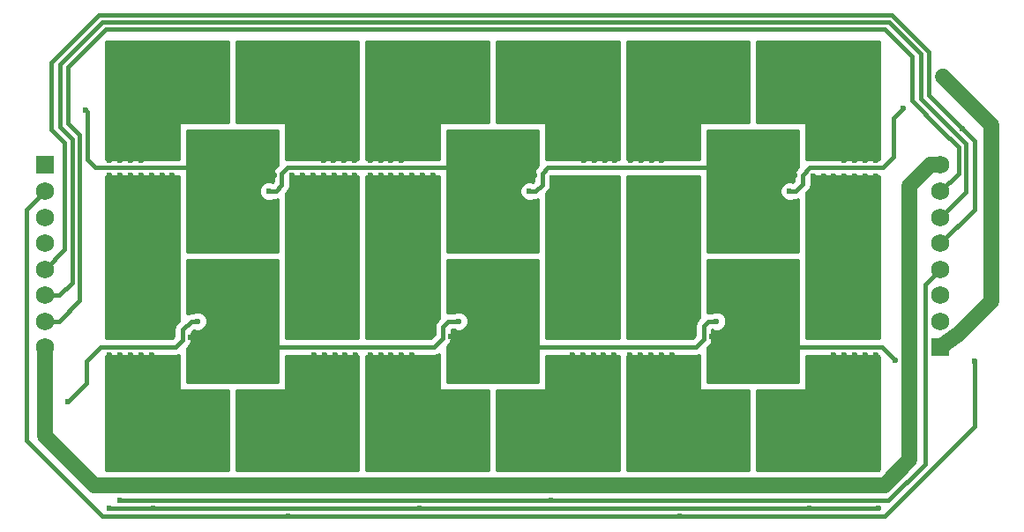
<source format=gbl>
G04 #@! TF.FileFunction,Copper,L2,Bot,Signal*
%FSLAX46Y46*%
G04 Gerber Fmt 4.6, Leading zero omitted, Abs format (unit mm)*
G04 Created by KiCad (PCBNEW 4.0.4-stable) date 03/20/17 17:50:04*
%MOMM*%
%LPD*%
G01*
G04 APERTURE LIST*
%ADD10C,0.100000*%
%ADD11C,0.600000*%
%ADD12R,1.750000X1.750000*%
%ADD13C,1.750000*%
%ADD14C,0.400000*%
%ADD15C,1.500000*%
%ADD16C,0.254000*%
G04 APERTURE END LIST*
D10*
D11*
X151750000Y-71225000D03*
X150750000Y-71225000D03*
X149750000Y-71225000D03*
X148750000Y-71225000D03*
X147750000Y-71225000D03*
X151750000Y-70225000D03*
X150750000Y-70225000D03*
X149750000Y-70225000D03*
X148750000Y-70225000D03*
X147750000Y-70225000D03*
X151750000Y-69225000D03*
X150750000Y-69225000D03*
X149750000Y-69225000D03*
X148750000Y-69225000D03*
X147750000Y-69225000D03*
X151750000Y-68225000D03*
X150750000Y-68225000D03*
X149750000Y-68225000D03*
X148750000Y-68225000D03*
X147750000Y-68225000D03*
X151750000Y-67225000D03*
X150750000Y-67225000D03*
X149750000Y-67225000D03*
X148750000Y-67225000D03*
X147750000Y-67225000D03*
X151750000Y-66225000D03*
X150750000Y-66225000D03*
X149750000Y-66225000D03*
X148750000Y-66225000D03*
X147750000Y-66225000D03*
X151750000Y-65225000D03*
X150750000Y-65225000D03*
X149750000Y-65225000D03*
X148750000Y-65225000D03*
X147750000Y-65225000D03*
X151750000Y-64225000D03*
X150750000Y-64225000D03*
X149750000Y-64225000D03*
X148750000Y-64225000D03*
X147750000Y-64225000D03*
X151750000Y-63225000D03*
X150750000Y-63225000D03*
X149750000Y-63225000D03*
X148750000Y-63225000D03*
X147750000Y-63225000D03*
X151750000Y-62225000D03*
X150750000Y-62225000D03*
X149750000Y-62225000D03*
X148750000Y-62225000D03*
X147750000Y-62225000D03*
X151750000Y-61225000D03*
X150750000Y-61225000D03*
X149750000Y-61225000D03*
X148750000Y-61225000D03*
X147750000Y-61225000D03*
X151750000Y-60225000D03*
X150750000Y-60225000D03*
X149750000Y-60225000D03*
X148750000Y-60225000D03*
X147750000Y-60225000D03*
X153750000Y-59225000D03*
X152750000Y-59225000D03*
X151750000Y-59225000D03*
X150750000Y-59225000D03*
X149750000Y-59225000D03*
X148750000Y-59225000D03*
X147750000Y-59225000D03*
X153750000Y-58225000D03*
X152750000Y-58225000D03*
X151750000Y-58225000D03*
X150750000Y-58225000D03*
X149750000Y-58225000D03*
X148750000Y-58225000D03*
X147750000Y-58225000D03*
X153750000Y-57225000D03*
X152750000Y-57225000D03*
X151750000Y-57225000D03*
X150750000Y-57225000D03*
X149750000Y-57225000D03*
X148750000Y-57225000D03*
X147750000Y-57225000D03*
X153750000Y-56225000D03*
X152750000Y-56225000D03*
X151750000Y-56225000D03*
X150750000Y-56225000D03*
X149750000Y-56225000D03*
X148750000Y-56225000D03*
X147750000Y-56225000D03*
X126750000Y-71225000D03*
X125750000Y-71225000D03*
X124750000Y-71225000D03*
X123750000Y-71225000D03*
X122750000Y-71225000D03*
X126750000Y-70225000D03*
X125750000Y-70225000D03*
X124750000Y-70225000D03*
X123750000Y-70225000D03*
X122750000Y-70225000D03*
X126750000Y-69225000D03*
X125750000Y-69225000D03*
X124750000Y-69225000D03*
X123750000Y-69225000D03*
X122750000Y-69225000D03*
X126750000Y-68225000D03*
X125750000Y-68225000D03*
X124750000Y-68225000D03*
X123750000Y-68225000D03*
X122750000Y-68225000D03*
X126750000Y-67225000D03*
X125750000Y-67225000D03*
X124750000Y-67225000D03*
X123750000Y-67225000D03*
X122750000Y-67225000D03*
X126750000Y-66225000D03*
X125750000Y-66225000D03*
X124750000Y-66225000D03*
X123750000Y-66225000D03*
X122750000Y-66225000D03*
X126750000Y-65225000D03*
X125750000Y-65225000D03*
X124750000Y-65225000D03*
X123750000Y-65225000D03*
X122750000Y-65225000D03*
X126750000Y-64225000D03*
X125750000Y-64225000D03*
X124750000Y-64225000D03*
X123750000Y-64225000D03*
X122750000Y-64225000D03*
X126750000Y-63225000D03*
X125750000Y-63225000D03*
X124750000Y-63225000D03*
X123750000Y-63225000D03*
X122750000Y-63225000D03*
X126750000Y-62225000D03*
X125750000Y-62225000D03*
X124750000Y-62225000D03*
X123750000Y-62225000D03*
X122750000Y-62225000D03*
X126750000Y-61225000D03*
X125750000Y-61225000D03*
X124750000Y-61225000D03*
X123750000Y-61225000D03*
X122750000Y-61225000D03*
X126750000Y-60225000D03*
X125750000Y-60225000D03*
X124750000Y-60225000D03*
X123750000Y-60225000D03*
X122750000Y-60225000D03*
X128750000Y-59225000D03*
X127750000Y-59225000D03*
X126750000Y-59225000D03*
X125750000Y-59225000D03*
X124750000Y-59225000D03*
X123750000Y-59225000D03*
X122750000Y-59225000D03*
X128750000Y-58225000D03*
X127750000Y-58225000D03*
X126750000Y-58225000D03*
X125750000Y-58225000D03*
X124750000Y-58225000D03*
X123750000Y-58225000D03*
X122750000Y-58225000D03*
X128750000Y-57225000D03*
X127750000Y-57225000D03*
X126750000Y-57225000D03*
X125750000Y-57225000D03*
X124750000Y-57225000D03*
X123750000Y-57225000D03*
X122750000Y-57225000D03*
X128750000Y-56225000D03*
X127750000Y-56225000D03*
X126750000Y-56225000D03*
X125750000Y-56225000D03*
X124750000Y-56225000D03*
X123750000Y-56225000D03*
X122750000Y-56225000D03*
X142275000Y-71225000D03*
X143275000Y-71225000D03*
X144275000Y-71225000D03*
X145275000Y-71225000D03*
X146275000Y-71225000D03*
X142275000Y-70225000D03*
X143275000Y-70225000D03*
X144275000Y-70225000D03*
X145275000Y-70225000D03*
X146275000Y-70225000D03*
X142275000Y-69225000D03*
X143275000Y-69225000D03*
X144275000Y-69225000D03*
X145275000Y-69225000D03*
X146275000Y-69225000D03*
X142275000Y-68225000D03*
X143275000Y-68225000D03*
X144275000Y-68225000D03*
X145275000Y-68225000D03*
X146275000Y-68225000D03*
X142275000Y-67225000D03*
X143275000Y-67225000D03*
X144275000Y-67225000D03*
X145275000Y-67225000D03*
X146275000Y-67225000D03*
X142275000Y-66225000D03*
X143275000Y-66225000D03*
X144275000Y-66225000D03*
X145275000Y-66225000D03*
X146275000Y-66225000D03*
X142275000Y-65225000D03*
X143275000Y-65225000D03*
X144275000Y-65225000D03*
X145275000Y-65225000D03*
X146275000Y-65225000D03*
X142275000Y-64225000D03*
X143275000Y-64225000D03*
X144275000Y-64225000D03*
X145275000Y-64225000D03*
X146275000Y-64225000D03*
X142275000Y-63225000D03*
X143275000Y-63225000D03*
X144275000Y-63225000D03*
X145275000Y-63225000D03*
X146275000Y-63225000D03*
X142275000Y-62225000D03*
X143275000Y-62225000D03*
X144275000Y-62225000D03*
X145275000Y-62225000D03*
X146275000Y-62225000D03*
X142275000Y-61225000D03*
X143275000Y-61225000D03*
X144275000Y-61225000D03*
X145275000Y-61225000D03*
X146275000Y-61225000D03*
X142275000Y-60225000D03*
X143275000Y-60225000D03*
X144275000Y-60225000D03*
X145275000Y-60225000D03*
X146275000Y-60225000D03*
X140275000Y-59225000D03*
X141275000Y-59225000D03*
X142275000Y-59225000D03*
X143275000Y-59225000D03*
X144275000Y-59225000D03*
X145275000Y-59225000D03*
X146275000Y-59225000D03*
X140275000Y-58225000D03*
X141275000Y-58225000D03*
X142275000Y-58225000D03*
X143275000Y-58225000D03*
X144275000Y-58225000D03*
X145275000Y-58225000D03*
X146275000Y-58225000D03*
X140275000Y-57225000D03*
X141275000Y-57225000D03*
X142275000Y-57225000D03*
X143275000Y-57225000D03*
X144275000Y-57225000D03*
X145275000Y-57225000D03*
X146275000Y-57225000D03*
X140275000Y-56225000D03*
X141275000Y-56225000D03*
X142275000Y-56225000D03*
X143275000Y-56225000D03*
X144275000Y-56225000D03*
X145275000Y-56225000D03*
X146275000Y-56225000D03*
X192250000Y-71275000D03*
X193250000Y-71275000D03*
X194250000Y-71275000D03*
X195250000Y-71275000D03*
X196250000Y-71275000D03*
X192250000Y-70275000D03*
X193250000Y-70275000D03*
X194250000Y-70275000D03*
X195250000Y-70275000D03*
X196250000Y-70275000D03*
X192250000Y-69275000D03*
X193250000Y-69275000D03*
X194250000Y-69275000D03*
X195250000Y-69275000D03*
X196250000Y-69275000D03*
X192250000Y-68275000D03*
X193250000Y-68275000D03*
X194250000Y-68275000D03*
X195250000Y-68275000D03*
X196250000Y-68275000D03*
X192250000Y-67275000D03*
X193250000Y-67275000D03*
X194250000Y-67275000D03*
X195250000Y-67275000D03*
X196250000Y-67275000D03*
X192250000Y-66275000D03*
X193250000Y-66275000D03*
X194250000Y-66275000D03*
X195250000Y-66275000D03*
X196250000Y-66275000D03*
X192250000Y-65275000D03*
X193250000Y-65275000D03*
X194250000Y-65275000D03*
X195250000Y-65275000D03*
X196250000Y-65275000D03*
X192250000Y-64275000D03*
X193250000Y-64275000D03*
X194250000Y-64275000D03*
X195250000Y-64275000D03*
X196250000Y-64275000D03*
X192250000Y-63275000D03*
X193250000Y-63275000D03*
X194250000Y-63275000D03*
X195250000Y-63275000D03*
X196250000Y-63275000D03*
X192250000Y-62275000D03*
X193250000Y-62275000D03*
X194250000Y-62275000D03*
X195250000Y-62275000D03*
X196250000Y-62275000D03*
X192250000Y-61275000D03*
X193250000Y-61275000D03*
X194250000Y-61275000D03*
X195250000Y-61275000D03*
X196250000Y-61275000D03*
X192250000Y-60275000D03*
X193250000Y-60275000D03*
X194250000Y-60275000D03*
X195250000Y-60275000D03*
X196250000Y-60275000D03*
X190250000Y-59275000D03*
X191250000Y-59275000D03*
X192250000Y-59275000D03*
X193250000Y-59275000D03*
X194250000Y-59275000D03*
X195250000Y-59275000D03*
X196250000Y-59275000D03*
X190250000Y-58275000D03*
X191250000Y-58275000D03*
X192250000Y-58275000D03*
X193250000Y-58275000D03*
X194250000Y-58275000D03*
X195250000Y-58275000D03*
X196250000Y-58275000D03*
X190250000Y-57275000D03*
X191250000Y-57275000D03*
X192250000Y-57275000D03*
X193250000Y-57275000D03*
X194250000Y-57275000D03*
X195250000Y-57275000D03*
X196250000Y-57275000D03*
X190250000Y-56275000D03*
X191250000Y-56275000D03*
X192250000Y-56275000D03*
X193250000Y-56275000D03*
X194250000Y-56275000D03*
X195250000Y-56275000D03*
X196250000Y-56275000D03*
X176750000Y-71500000D03*
X175750000Y-71500000D03*
X174750000Y-71500000D03*
X173750000Y-71500000D03*
X172750000Y-71500000D03*
X176750000Y-70500000D03*
X175750000Y-70500000D03*
X174750000Y-70500000D03*
X173750000Y-70500000D03*
X172750000Y-70500000D03*
X176750000Y-69500000D03*
X175750000Y-69500000D03*
X174750000Y-69500000D03*
X173750000Y-69500000D03*
X172750000Y-69500000D03*
X176750000Y-68500000D03*
X175750000Y-68500000D03*
X174750000Y-68500000D03*
X173750000Y-68500000D03*
X172750000Y-68500000D03*
X176750000Y-67500000D03*
X175750000Y-67500000D03*
X174750000Y-67500000D03*
X173750000Y-67500000D03*
X172750000Y-67500000D03*
X176750000Y-66500000D03*
X175750000Y-66500000D03*
X174750000Y-66500000D03*
X173750000Y-66500000D03*
X172750000Y-66500000D03*
X176750000Y-65500000D03*
X175750000Y-65500000D03*
X174750000Y-65500000D03*
X173750000Y-65500000D03*
X172750000Y-65500000D03*
X176750000Y-64500000D03*
X175750000Y-64500000D03*
X174750000Y-64500000D03*
X173750000Y-64500000D03*
X172750000Y-64500000D03*
X176750000Y-63500000D03*
X175750000Y-63500000D03*
X174750000Y-63500000D03*
X173750000Y-63500000D03*
X172750000Y-63500000D03*
X176750000Y-62500000D03*
X175750000Y-62500000D03*
X174750000Y-62500000D03*
X173750000Y-62500000D03*
X172750000Y-62500000D03*
X176750000Y-61500000D03*
X175750000Y-61500000D03*
X174750000Y-61500000D03*
X173750000Y-61500000D03*
X172750000Y-61500000D03*
X176750000Y-60500000D03*
X175750000Y-60500000D03*
X174750000Y-60500000D03*
X173750000Y-60500000D03*
X172750000Y-60500000D03*
X178750000Y-59500000D03*
X177750000Y-59500000D03*
X176750000Y-59500000D03*
X175750000Y-59500000D03*
X174750000Y-59500000D03*
X173750000Y-59500000D03*
X172750000Y-59500000D03*
X178750000Y-58500000D03*
X177750000Y-58500000D03*
X176750000Y-58500000D03*
X175750000Y-58500000D03*
X174750000Y-58500000D03*
X173750000Y-58500000D03*
X172750000Y-58500000D03*
X178750000Y-57500000D03*
X177750000Y-57500000D03*
X176750000Y-57500000D03*
X175750000Y-57500000D03*
X174750000Y-57500000D03*
X173750000Y-57500000D03*
X172750000Y-57500000D03*
X178750000Y-56500000D03*
X177750000Y-56500000D03*
X176750000Y-56500000D03*
X175750000Y-56500000D03*
X174750000Y-56500000D03*
X173750000Y-56500000D03*
X172750000Y-56500000D03*
X171250000Y-71500000D03*
X170250000Y-71500000D03*
X169250000Y-71500000D03*
X168250000Y-71500000D03*
X167250000Y-71500000D03*
X171250000Y-70500000D03*
X170250000Y-70500000D03*
X169250000Y-70500000D03*
X168250000Y-70500000D03*
X167250000Y-70500000D03*
X171250000Y-69500000D03*
X170250000Y-69500000D03*
X169250000Y-69500000D03*
X168250000Y-69500000D03*
X167250000Y-69500000D03*
X171250000Y-68500000D03*
X170250000Y-68500000D03*
X169250000Y-68500000D03*
X168250000Y-68500000D03*
X167250000Y-68500000D03*
X171250000Y-67500000D03*
X170250000Y-67500000D03*
X169250000Y-67500000D03*
X168250000Y-67500000D03*
X167250000Y-67500000D03*
X171250000Y-66500000D03*
X170250000Y-66500000D03*
X169250000Y-66500000D03*
X168250000Y-66500000D03*
X167250000Y-66500000D03*
X171250000Y-65500000D03*
X170250000Y-65500000D03*
X169250000Y-65500000D03*
X168250000Y-65500000D03*
X167250000Y-65500000D03*
X171250000Y-64500000D03*
X170250000Y-64500000D03*
X169250000Y-64500000D03*
X168250000Y-64500000D03*
X167250000Y-64500000D03*
X171250000Y-63500000D03*
X170250000Y-63500000D03*
X169250000Y-63500000D03*
X168250000Y-63500000D03*
X167250000Y-63500000D03*
X171250000Y-62500000D03*
X170250000Y-62500000D03*
X169250000Y-62500000D03*
X168250000Y-62500000D03*
X167250000Y-62500000D03*
X171250000Y-61500000D03*
X170250000Y-61500000D03*
X169250000Y-61500000D03*
X168250000Y-61500000D03*
X167250000Y-61500000D03*
X171250000Y-60500000D03*
X170250000Y-60500000D03*
X169250000Y-60500000D03*
X168250000Y-60500000D03*
X167250000Y-60500000D03*
X171250000Y-59500000D03*
X170250000Y-59500000D03*
X169250000Y-59500000D03*
X168250000Y-59500000D03*
X167250000Y-59500000D03*
X166250000Y-59500000D03*
X165250000Y-59500000D03*
X171250000Y-58500000D03*
X170250000Y-58500000D03*
X169250000Y-58500000D03*
X168250000Y-58500000D03*
X167250000Y-58500000D03*
X166250000Y-58500000D03*
X165250000Y-58500000D03*
X171250000Y-57500000D03*
X170250000Y-57500000D03*
X169250000Y-57500000D03*
X168250000Y-57500000D03*
X167250000Y-57500000D03*
X166250000Y-57500000D03*
X165250000Y-57500000D03*
X171250000Y-56500000D03*
X170250000Y-56500000D03*
X169250000Y-56500000D03*
X168250000Y-56500000D03*
X167250000Y-56500000D03*
X166250000Y-56500000D03*
X165250000Y-56500000D03*
X188500000Y-75750000D03*
X187500000Y-75750000D03*
X186500000Y-75750000D03*
X185500000Y-75750000D03*
X184500000Y-75750000D03*
X183500000Y-75750000D03*
X182500000Y-75750000D03*
X181500000Y-75750000D03*
X180500000Y-75750000D03*
X188500000Y-74750000D03*
X187500000Y-74750000D03*
X186500000Y-74750000D03*
X185500000Y-74750000D03*
X184500000Y-74750000D03*
X183500000Y-74750000D03*
X182500000Y-74750000D03*
X181500000Y-74750000D03*
X180500000Y-74750000D03*
X188500000Y-73750000D03*
X187500000Y-73750000D03*
X186500000Y-73750000D03*
X185500000Y-73750000D03*
X184500000Y-73750000D03*
X183500000Y-73750000D03*
X182500000Y-73750000D03*
X181500000Y-73750000D03*
X180500000Y-73750000D03*
X188500000Y-72750000D03*
X187500000Y-72750000D03*
X186500000Y-72750000D03*
X185500000Y-72750000D03*
X184500000Y-72750000D03*
X183500000Y-72750000D03*
X182500000Y-72750000D03*
X181500000Y-72750000D03*
X180500000Y-72750000D03*
X188500000Y-71750000D03*
X187500000Y-71750000D03*
X185500000Y-71750000D03*
X181500000Y-71750000D03*
X180500000Y-71750000D03*
X188500000Y-68750000D03*
X187500000Y-68750000D03*
X185500000Y-68750000D03*
X181500000Y-68750000D03*
X180500000Y-68750000D03*
X188500000Y-67750000D03*
X187500000Y-67750000D03*
X186500000Y-67750000D03*
X185500000Y-67750000D03*
X184500000Y-67750000D03*
X183500000Y-67750000D03*
X182500000Y-67750000D03*
X181500000Y-67750000D03*
X180500000Y-67750000D03*
X188500000Y-66750000D03*
X187500000Y-66750000D03*
X186500000Y-66750000D03*
X185500000Y-66750000D03*
X184500000Y-66750000D03*
X183500000Y-66750000D03*
X182500000Y-66750000D03*
X181500000Y-66750000D03*
X180500000Y-66750000D03*
X188500000Y-65750000D03*
X187500000Y-65750000D03*
X186500000Y-65750000D03*
X185500000Y-65750000D03*
X184500000Y-65750000D03*
X183500000Y-65750000D03*
X182500000Y-65750000D03*
X181500000Y-65750000D03*
X180500000Y-65750000D03*
X188500000Y-64750000D03*
X187500000Y-64750000D03*
X186500000Y-64750000D03*
X185500000Y-64750000D03*
X184500000Y-64750000D03*
X183500000Y-64750000D03*
X182500000Y-64750000D03*
X181500000Y-64750000D03*
X180500000Y-64750000D03*
X163500000Y-75750000D03*
X162500000Y-75750000D03*
X161500000Y-75750000D03*
X160500000Y-75750000D03*
X159500000Y-75750000D03*
X158500000Y-75750000D03*
X157500000Y-75750000D03*
X156500000Y-75750000D03*
X155500000Y-75750000D03*
X163500000Y-74750000D03*
X162500000Y-74750000D03*
X161500000Y-74750000D03*
X160500000Y-74750000D03*
X159500000Y-74750000D03*
X158500000Y-74750000D03*
X157500000Y-74750000D03*
X156500000Y-74750000D03*
X155500000Y-74750000D03*
X163500000Y-73750000D03*
X162500000Y-73750000D03*
X161500000Y-73750000D03*
X160500000Y-73750000D03*
X159500000Y-73750000D03*
X158500000Y-73750000D03*
X157500000Y-73750000D03*
X156500000Y-73750000D03*
X155500000Y-73750000D03*
X163500000Y-72750000D03*
X162500000Y-72750000D03*
X161500000Y-72750000D03*
X160500000Y-72750000D03*
X159500000Y-72750000D03*
X158500000Y-72750000D03*
X157500000Y-72750000D03*
X156500000Y-72750000D03*
X155500000Y-72750000D03*
X163500000Y-71750000D03*
X162500000Y-71750000D03*
X160500000Y-71750000D03*
X156500000Y-71750000D03*
X155500000Y-71750000D03*
X163500000Y-68750000D03*
X162500000Y-68750000D03*
X160500000Y-68750000D03*
X156500000Y-68750000D03*
X155500000Y-68750000D03*
X163500000Y-67750000D03*
X162500000Y-67750000D03*
X161500000Y-67750000D03*
X160500000Y-67750000D03*
X159500000Y-67750000D03*
X158500000Y-67750000D03*
X157500000Y-67750000D03*
X156500000Y-67750000D03*
X155500000Y-67750000D03*
X163500000Y-66750000D03*
X162500000Y-66750000D03*
X161500000Y-66750000D03*
X160500000Y-66750000D03*
X159500000Y-66750000D03*
X158500000Y-66750000D03*
X157500000Y-66750000D03*
X156500000Y-66750000D03*
X155500000Y-66750000D03*
X163500000Y-65750000D03*
X162500000Y-65750000D03*
X161500000Y-65750000D03*
X160500000Y-65750000D03*
X159500000Y-65750000D03*
X158500000Y-65750000D03*
X157500000Y-65750000D03*
X156500000Y-65750000D03*
X155500000Y-65750000D03*
X163500000Y-64750000D03*
X162500000Y-64750000D03*
X161500000Y-64750000D03*
X160500000Y-64750000D03*
X159500000Y-64750000D03*
X158500000Y-64750000D03*
X157500000Y-64750000D03*
X156500000Y-64750000D03*
X131500000Y-68800000D03*
X130500000Y-68800000D03*
X138500000Y-68800000D03*
X137500000Y-68800000D03*
X135500000Y-68800000D03*
X130500000Y-67800000D03*
X131500000Y-67800000D03*
X132500000Y-67800000D03*
X133500000Y-67800000D03*
X134500000Y-67800000D03*
X135500000Y-67800000D03*
X136500000Y-67800000D03*
X137500000Y-67800000D03*
X138500000Y-67800000D03*
X138500000Y-75800000D03*
X137500000Y-75800000D03*
X136500000Y-75800000D03*
X135500000Y-75800000D03*
X134500000Y-75800000D03*
X133500000Y-75800000D03*
X132500000Y-75800000D03*
X131500000Y-75800000D03*
X130500000Y-75800000D03*
X138500000Y-74800000D03*
X137500000Y-74800000D03*
X136500000Y-74800000D03*
X135500000Y-74800000D03*
X134500000Y-74800000D03*
X133500000Y-74800000D03*
X132500000Y-74800000D03*
X131500000Y-74800000D03*
X130500000Y-74800000D03*
X138500000Y-73800000D03*
X137500000Y-73800000D03*
X136500000Y-73800000D03*
X135500000Y-73800000D03*
X134500000Y-73800000D03*
X133500000Y-73800000D03*
X132500000Y-73800000D03*
X131500000Y-73800000D03*
X130500000Y-73800000D03*
X138500000Y-72800000D03*
X137500000Y-72800000D03*
X136500000Y-72800000D03*
X135500000Y-72800000D03*
X134500000Y-72800000D03*
X133500000Y-72800000D03*
X132500000Y-72800000D03*
X131500000Y-72800000D03*
X130500000Y-72800000D03*
X138500000Y-71800000D03*
X137500000Y-71800000D03*
X135500000Y-71800000D03*
X131500000Y-71800000D03*
X130500000Y-71800000D03*
X138500000Y-66800000D03*
X137500000Y-66800000D03*
X136500000Y-66800000D03*
X135500000Y-66800000D03*
X134500000Y-66800000D03*
X133500000Y-66800000D03*
X132500000Y-66800000D03*
X131500000Y-66800000D03*
X130500000Y-66800000D03*
X138500000Y-65800000D03*
X137500000Y-65800000D03*
X136500000Y-65800000D03*
X135500000Y-65800000D03*
X134500000Y-65800000D03*
X133500000Y-65800000D03*
X132500000Y-65800000D03*
X131500000Y-65800000D03*
X130500000Y-65800000D03*
X138500000Y-64800000D03*
X137500000Y-64800000D03*
X136500000Y-64800000D03*
X135500000Y-64800000D03*
X134500000Y-64800000D03*
X133500000Y-64800000D03*
X132500000Y-64800000D03*
X131500000Y-64800000D03*
X130500000Y-64800000D03*
X188500000Y-63250000D03*
X187500000Y-63250000D03*
X186500000Y-63250000D03*
X185500000Y-63250000D03*
X184500000Y-63250000D03*
X183500000Y-63250000D03*
X182500000Y-63250000D03*
X181500000Y-63250000D03*
X180500000Y-63250000D03*
X188500000Y-62250000D03*
X187500000Y-62250000D03*
X186500000Y-62250000D03*
X185500000Y-62250000D03*
X184500000Y-62250000D03*
X183500000Y-62250000D03*
X182500000Y-62250000D03*
X181500000Y-62250000D03*
X180500000Y-62250000D03*
X188500000Y-61250000D03*
X187500000Y-61250000D03*
X186500000Y-61250000D03*
X185500000Y-61250000D03*
X184500000Y-61250000D03*
X183500000Y-61250000D03*
X182500000Y-61250000D03*
X181500000Y-61250000D03*
X180500000Y-61250000D03*
X188500000Y-60250000D03*
X187500000Y-60250000D03*
X186500000Y-60250000D03*
X185500000Y-60250000D03*
X184500000Y-60250000D03*
X183500000Y-60250000D03*
X182500000Y-60250000D03*
X181500000Y-60250000D03*
X180500000Y-60250000D03*
X188500000Y-59250000D03*
X187500000Y-59250000D03*
X183500000Y-59250000D03*
X181500000Y-59250000D03*
X180500000Y-59250000D03*
X188500000Y-56250000D03*
X187500000Y-56250000D03*
X183500000Y-56250000D03*
X181500000Y-56250000D03*
X180500000Y-56250000D03*
X188500000Y-55250000D03*
X187500000Y-55250000D03*
X186500000Y-55250000D03*
X185500000Y-55250000D03*
X184500000Y-55250000D03*
X183500000Y-55250000D03*
X182500000Y-55250000D03*
X181500000Y-55250000D03*
X180500000Y-55250000D03*
X188500000Y-54250000D03*
X187500000Y-54250000D03*
X186500000Y-54250000D03*
X185500000Y-54250000D03*
X184500000Y-54250000D03*
X183500000Y-54250000D03*
X182500000Y-54250000D03*
X181500000Y-54250000D03*
X180500000Y-54250000D03*
X188500000Y-53250000D03*
X187500000Y-53250000D03*
X186500000Y-53250000D03*
X185500000Y-53250000D03*
X184500000Y-53250000D03*
X183500000Y-53250000D03*
X182500000Y-53250000D03*
X181500000Y-53250000D03*
X180500000Y-53250000D03*
X188500000Y-52250000D03*
X187500000Y-52250000D03*
X186500000Y-52250000D03*
X185500000Y-52250000D03*
X184500000Y-52250000D03*
X183500000Y-52250000D03*
X182500000Y-52250000D03*
X181500000Y-52250000D03*
X180500000Y-52250000D03*
X138500000Y-63250000D03*
X137500000Y-63250000D03*
X136500000Y-63250000D03*
X135500000Y-63250000D03*
X134500000Y-63250000D03*
X133500000Y-63250000D03*
X132500000Y-63250000D03*
X131500000Y-63250000D03*
X130500000Y-63250000D03*
X138500000Y-62250000D03*
X137500000Y-62250000D03*
X136500000Y-62250000D03*
X135500000Y-62250000D03*
X134500000Y-62250000D03*
X133500000Y-62250000D03*
X132500000Y-62250000D03*
X131500000Y-62250000D03*
X130500000Y-62250000D03*
X138500000Y-61250000D03*
X137500000Y-61250000D03*
X136500000Y-61250000D03*
X135500000Y-61250000D03*
X134500000Y-61250000D03*
X133500000Y-61250000D03*
X132500000Y-61250000D03*
X131500000Y-61250000D03*
X130500000Y-61250000D03*
X138500000Y-60250000D03*
X137500000Y-60250000D03*
X136500000Y-60250000D03*
X135500000Y-60250000D03*
X134500000Y-60250000D03*
X133500000Y-60250000D03*
X132500000Y-60250000D03*
X131500000Y-60250000D03*
X130500000Y-60250000D03*
X138500000Y-59250000D03*
X137500000Y-59250000D03*
X133500000Y-59250000D03*
X131500000Y-59250000D03*
X130500000Y-59250000D03*
X138500000Y-56250000D03*
X137500000Y-56250000D03*
X133500000Y-56250000D03*
X131500000Y-56250000D03*
X130500000Y-56250000D03*
X138500000Y-55250000D03*
X137500000Y-55250000D03*
X136500000Y-55250000D03*
X135500000Y-55250000D03*
X134500000Y-55250000D03*
X133500000Y-55250000D03*
X132500000Y-55250000D03*
X131500000Y-55250000D03*
X130500000Y-55250000D03*
X138500000Y-54250000D03*
X137500000Y-54250000D03*
X136500000Y-54250000D03*
X135500000Y-54250000D03*
X134500000Y-54250000D03*
X133500000Y-54250000D03*
X132500000Y-54250000D03*
X131500000Y-54250000D03*
X130500000Y-54250000D03*
X138500000Y-53250000D03*
X137500000Y-53250000D03*
X136500000Y-53250000D03*
X135500000Y-53250000D03*
X134500000Y-53250000D03*
X133500000Y-53250000D03*
X132500000Y-53250000D03*
X131500000Y-53250000D03*
X130500000Y-53250000D03*
X138500000Y-52250000D03*
X137500000Y-52250000D03*
X136500000Y-52250000D03*
X135500000Y-52250000D03*
X134500000Y-52250000D03*
X133500000Y-52250000D03*
X132500000Y-52250000D03*
X131500000Y-52250000D03*
X130500000Y-52250000D03*
X192200000Y-76050000D03*
X196250000Y-84500000D03*
X195250000Y-84500000D03*
X194250000Y-84500000D03*
X193250000Y-84500000D03*
X188250000Y-84500000D03*
X187250000Y-84500000D03*
X186250000Y-84500000D03*
X185250000Y-84500000D03*
X196250000Y-83500000D03*
X195250000Y-83500000D03*
X194250000Y-83500000D03*
X193250000Y-83500000D03*
X188250000Y-83500000D03*
X187250000Y-83500000D03*
X186250000Y-83500000D03*
X185250000Y-83500000D03*
X196250000Y-82500000D03*
X195250000Y-82500000D03*
X194250000Y-82500000D03*
X193250000Y-82500000D03*
X192250000Y-82500000D03*
X189250000Y-82500000D03*
X188250000Y-82500000D03*
X187250000Y-82500000D03*
X186250000Y-82500000D03*
X185250000Y-82500000D03*
X196250000Y-81500000D03*
X195250000Y-81500000D03*
X194250000Y-81500000D03*
X193250000Y-81500000D03*
X192250000Y-81500000D03*
X189250000Y-81500000D03*
X188250000Y-81500000D03*
X187250000Y-81500000D03*
X186250000Y-81500000D03*
X185250000Y-81500000D03*
X196250000Y-80500000D03*
X195250000Y-80500000D03*
X194250000Y-80500000D03*
X193250000Y-80500000D03*
X188250000Y-80500000D03*
X187250000Y-80500000D03*
X186250000Y-80500000D03*
X185250000Y-80500000D03*
X196250000Y-79500000D03*
X195250000Y-79500000D03*
X194250000Y-79500000D03*
X193250000Y-79500000D03*
X188250000Y-79500000D03*
X187250000Y-79500000D03*
X186250000Y-79500000D03*
X185250000Y-79500000D03*
X196250000Y-78500000D03*
X195250000Y-78500000D03*
X194250000Y-78500000D03*
X193250000Y-78500000D03*
X188250000Y-78500000D03*
X187250000Y-78500000D03*
X186250000Y-78500000D03*
X185250000Y-78500000D03*
X196250000Y-77500000D03*
X195250000Y-77500000D03*
X194250000Y-77500000D03*
X193250000Y-77500000D03*
X189200000Y-77950000D03*
X188250000Y-77500000D03*
X187250000Y-77500000D03*
X186250000Y-77500000D03*
X185250000Y-77500000D03*
X196250000Y-76500000D03*
X195250000Y-76500000D03*
X194250000Y-76500000D03*
X193250000Y-76500000D03*
X196250000Y-75500000D03*
X195250000Y-75500000D03*
X194250000Y-75500000D03*
X193250000Y-75500000D03*
X192200000Y-77950000D03*
X196250000Y-74500000D03*
X195250000Y-74500000D03*
X194250000Y-74500000D03*
X193250000Y-74500000D03*
X192250000Y-74500000D03*
X196250000Y-73500000D03*
X195250000Y-73500000D03*
X194250000Y-73500000D03*
X193250000Y-73500000D03*
X192250000Y-73500000D03*
X183700000Y-84500000D03*
X182700000Y-84500000D03*
X181700000Y-84500000D03*
X180700000Y-84500000D03*
X175700000Y-84500000D03*
X174700000Y-84500000D03*
X173700000Y-84500000D03*
X172700000Y-84500000D03*
X183700000Y-83500000D03*
X182700000Y-83500000D03*
X181700000Y-83500000D03*
X180700000Y-83500000D03*
X175700000Y-83500000D03*
X174700000Y-83500000D03*
X173700000Y-83500000D03*
X172700000Y-83500000D03*
X183700000Y-82500000D03*
X182700000Y-82500000D03*
X181700000Y-82500000D03*
X180700000Y-82500000D03*
X179700000Y-82500000D03*
X176700000Y-82500000D03*
X175700000Y-82500000D03*
X174700000Y-82500000D03*
X173700000Y-82500000D03*
X172700000Y-82500000D03*
X183700000Y-81500000D03*
X182700000Y-81500000D03*
X181700000Y-81500000D03*
X180700000Y-81500000D03*
X179700000Y-81500000D03*
X176700000Y-81500000D03*
X175700000Y-81500000D03*
X174700000Y-81500000D03*
X173700000Y-81500000D03*
X172700000Y-81500000D03*
X183700000Y-80500000D03*
X182700000Y-80500000D03*
X181700000Y-80500000D03*
X180700000Y-80500000D03*
X175700000Y-80500000D03*
X174700000Y-80500000D03*
X173700000Y-80500000D03*
X172700000Y-80500000D03*
X183700000Y-79500000D03*
X182700000Y-79500000D03*
X181700000Y-79500000D03*
X180700000Y-79500000D03*
X175700000Y-79500000D03*
X174700000Y-79500000D03*
X173700000Y-79500000D03*
X172700000Y-79500000D03*
X183700000Y-78500000D03*
X182700000Y-78500000D03*
X181700000Y-78500000D03*
X180700000Y-78500000D03*
X179700000Y-77900000D03*
X176700000Y-77900000D03*
X175700000Y-78500000D03*
X174700000Y-78500000D03*
X173700000Y-78500000D03*
X172700000Y-78500000D03*
X183700000Y-77500000D03*
X182700000Y-77500000D03*
X181700000Y-77500000D03*
X180700000Y-77500000D03*
X175700000Y-77500000D03*
X174700000Y-77500000D03*
X173700000Y-77500000D03*
X172700000Y-77500000D03*
X176700000Y-76100000D03*
X175700000Y-76500000D03*
X174700000Y-76500000D03*
X173700000Y-76500000D03*
X172700000Y-76500000D03*
X175700000Y-75500000D03*
X174700000Y-75500000D03*
X173700000Y-75500000D03*
X172700000Y-75500000D03*
X176700000Y-74500000D03*
X175700000Y-74500000D03*
X174700000Y-74500000D03*
X173700000Y-74500000D03*
X172700000Y-74500000D03*
X176700000Y-73500000D03*
X175700000Y-73500000D03*
X174700000Y-73500000D03*
X173700000Y-73500000D03*
X172700000Y-73500000D03*
X171150000Y-84500000D03*
X170150000Y-84500000D03*
X169150000Y-84500000D03*
X168150000Y-84500000D03*
X163150000Y-84500000D03*
X162150000Y-84500000D03*
X161150000Y-84500000D03*
X160150000Y-84500000D03*
X171150000Y-83500000D03*
X170150000Y-83500000D03*
X169150000Y-83500000D03*
X168150000Y-83500000D03*
X163150000Y-83500000D03*
X162150000Y-83500000D03*
X161150000Y-83500000D03*
X160150000Y-83500000D03*
X171150000Y-82500000D03*
X170150000Y-82500000D03*
X169150000Y-82500000D03*
X168150000Y-82500000D03*
X167150000Y-82500000D03*
X164150000Y-82500000D03*
X163150000Y-82500000D03*
X162150000Y-82500000D03*
X161150000Y-82500000D03*
X160150000Y-82500000D03*
X171150000Y-81500000D03*
X170150000Y-81500000D03*
X169150000Y-81500000D03*
X168150000Y-81500000D03*
X167150000Y-81500000D03*
X164150000Y-81500000D03*
X163150000Y-81500000D03*
X162150000Y-81500000D03*
X161150000Y-81500000D03*
X160150000Y-81500000D03*
X171150000Y-80500000D03*
X170150000Y-80500000D03*
X169150000Y-80500000D03*
X168150000Y-80500000D03*
X163150000Y-80500000D03*
X162150000Y-80500000D03*
X161150000Y-80500000D03*
X160150000Y-80500000D03*
X171150000Y-79500000D03*
X170150000Y-79500000D03*
X169150000Y-79500000D03*
X168150000Y-79500000D03*
X163150000Y-79500000D03*
X162150000Y-79500000D03*
X161150000Y-79500000D03*
X160150000Y-79500000D03*
X171150000Y-78500000D03*
X170150000Y-78500000D03*
X169150000Y-78500000D03*
X168150000Y-78500000D03*
X167100000Y-77900000D03*
X164100000Y-77900000D03*
X163150000Y-78500000D03*
X162150000Y-78500000D03*
X161150000Y-78500000D03*
X160150000Y-78500000D03*
X171150000Y-77500000D03*
X170150000Y-77500000D03*
X169150000Y-77500000D03*
X168150000Y-77500000D03*
X163150000Y-77500000D03*
X162150000Y-77500000D03*
X161150000Y-77500000D03*
X160150000Y-77500000D03*
X171150000Y-76500000D03*
X170150000Y-76500000D03*
X169150000Y-76500000D03*
X168150000Y-76500000D03*
X167100000Y-76100000D03*
X171150000Y-75500000D03*
X170150000Y-75500000D03*
X169150000Y-75500000D03*
X168150000Y-75500000D03*
X171150000Y-74500000D03*
X170150000Y-74500000D03*
X169150000Y-74500000D03*
X168150000Y-74500000D03*
X167150000Y-74500000D03*
X171150000Y-73500000D03*
X170150000Y-73500000D03*
X169150000Y-73500000D03*
X168150000Y-73500000D03*
X167150000Y-73500000D03*
X158750000Y-84500000D03*
X157750000Y-84500000D03*
X156750000Y-84500000D03*
X155750000Y-84500000D03*
X150750000Y-84500000D03*
X149750000Y-84500000D03*
X148750000Y-84500000D03*
X147750000Y-84500000D03*
X158750000Y-83500000D03*
X157750000Y-83500000D03*
X156750000Y-83500000D03*
X155750000Y-83500000D03*
X150750000Y-83500000D03*
X149750000Y-83500000D03*
X148750000Y-83500000D03*
X147750000Y-83500000D03*
X158750000Y-82500000D03*
X157750000Y-82500000D03*
X156750000Y-82500000D03*
X155750000Y-82500000D03*
X154750000Y-82500000D03*
X151750000Y-82500000D03*
X150750000Y-82500000D03*
X149750000Y-82500000D03*
X148750000Y-82500000D03*
X147750000Y-82500000D03*
X158750000Y-81500000D03*
X157750000Y-81500000D03*
X156750000Y-81500000D03*
X155750000Y-81500000D03*
X154750000Y-81500000D03*
X151750000Y-81500000D03*
X150750000Y-81500000D03*
X149750000Y-81500000D03*
X148750000Y-81500000D03*
X147750000Y-81500000D03*
X158750000Y-80500000D03*
X157750000Y-80500000D03*
X156750000Y-80500000D03*
X155750000Y-80500000D03*
X150750000Y-80500000D03*
X149750000Y-80500000D03*
X148750000Y-80500000D03*
X147750000Y-80500000D03*
X158750000Y-79500000D03*
X157750000Y-79500000D03*
X156750000Y-79500000D03*
X155750000Y-79500000D03*
X150750000Y-79500000D03*
X149750000Y-79500000D03*
X148750000Y-79500000D03*
X147750000Y-79500000D03*
X158750000Y-78500000D03*
X157750000Y-78500000D03*
X156750000Y-78500000D03*
X155750000Y-78500000D03*
X150750000Y-78500000D03*
X149750000Y-78500000D03*
X148750000Y-78500000D03*
X147750000Y-78500000D03*
X158750000Y-77500000D03*
X157750000Y-77500000D03*
X156750000Y-77500000D03*
X155750000Y-77500000D03*
X154700000Y-77900000D03*
X151700000Y-77900000D03*
X150750000Y-77500000D03*
X149750000Y-77500000D03*
X148750000Y-77500000D03*
X147750000Y-77500000D03*
X151700000Y-76100000D03*
X150750000Y-76500000D03*
X149750000Y-76500000D03*
X148750000Y-76500000D03*
X147750000Y-76500000D03*
X150750000Y-75500000D03*
X149750000Y-75500000D03*
X148750000Y-75500000D03*
X147750000Y-75500000D03*
X151750000Y-74500000D03*
X150750000Y-74500000D03*
X149750000Y-74500000D03*
X148750000Y-74500000D03*
X147750000Y-74500000D03*
X151750000Y-73500000D03*
X150750000Y-73500000D03*
X149750000Y-73500000D03*
X148750000Y-73500000D03*
X147750000Y-73500000D03*
X146350000Y-84500000D03*
X145350000Y-84500000D03*
X144350000Y-84500000D03*
X143350000Y-84500000D03*
X138350000Y-84500000D03*
X137350000Y-84500000D03*
X136350000Y-84500000D03*
X135350000Y-84500000D03*
X146350000Y-83500000D03*
X145350000Y-83500000D03*
X144350000Y-83500000D03*
X143350000Y-83500000D03*
X138350000Y-83500000D03*
X137350000Y-83500000D03*
X136350000Y-83500000D03*
X135350000Y-83500000D03*
X146350000Y-82500000D03*
X145350000Y-82500000D03*
X144350000Y-82500000D03*
X143350000Y-82500000D03*
X142350000Y-82500000D03*
X139350000Y-82500000D03*
X138350000Y-82500000D03*
X137350000Y-82500000D03*
X136350000Y-82500000D03*
X135350000Y-82500000D03*
X146350000Y-81500000D03*
X145350000Y-81500000D03*
X144350000Y-81500000D03*
X143350000Y-81500000D03*
X142350000Y-81500000D03*
X139350000Y-81500000D03*
X138350000Y-81500000D03*
X137350000Y-81500000D03*
X136350000Y-81500000D03*
X135350000Y-81500000D03*
X146350000Y-80500000D03*
X145350000Y-80500000D03*
X144350000Y-80500000D03*
X143350000Y-80500000D03*
X138350000Y-80500000D03*
X137350000Y-80500000D03*
X136350000Y-80500000D03*
X135350000Y-80500000D03*
X146350000Y-79500000D03*
X145350000Y-79500000D03*
X144350000Y-79500000D03*
X143350000Y-79500000D03*
X138350000Y-79500000D03*
X137350000Y-79500000D03*
X136350000Y-79500000D03*
X135350000Y-79500000D03*
X146350000Y-78500000D03*
X145350000Y-78500000D03*
X144350000Y-78500000D03*
X143350000Y-78500000D03*
X138350000Y-78500000D03*
X137350000Y-78500000D03*
X136350000Y-78500000D03*
X135350000Y-78500000D03*
X146350000Y-77500000D03*
X145350000Y-77500000D03*
X144350000Y-77500000D03*
X143350000Y-77500000D03*
X142300000Y-77900000D03*
X139300000Y-77900000D03*
X138350000Y-77500000D03*
X137350000Y-77500000D03*
X136350000Y-77500000D03*
X135350000Y-77500000D03*
X146350000Y-76500000D03*
X145350000Y-76500000D03*
X144350000Y-76500000D03*
X143350000Y-76500000D03*
X142300000Y-76100000D03*
X146350000Y-75500000D03*
X145350000Y-75500000D03*
X144350000Y-75500000D03*
X143350000Y-75500000D03*
X146350000Y-74500000D03*
X145350000Y-74500000D03*
X144350000Y-74500000D03*
X143350000Y-74500000D03*
X142350000Y-74500000D03*
X146350000Y-73500000D03*
X145350000Y-73500000D03*
X144350000Y-73500000D03*
X143350000Y-73500000D03*
X142350000Y-73500000D03*
X130750000Y-84500000D03*
X130750000Y-83500000D03*
X126750000Y-74500000D03*
X126750000Y-73500000D03*
X126750000Y-77900000D03*
X129750000Y-77900000D03*
X126750000Y-82500000D03*
X129750000Y-82500000D03*
X129750000Y-81500000D03*
X126750000Y-81500000D03*
X126700000Y-76100000D03*
X133750000Y-84500000D03*
X132750000Y-84500000D03*
X131750000Y-84500000D03*
X125750000Y-84500000D03*
X124750000Y-84500000D03*
X123750000Y-84500000D03*
X122750000Y-84500000D03*
X133750000Y-83500000D03*
X132750000Y-83500000D03*
X131750000Y-83500000D03*
X125750000Y-83500000D03*
X124750000Y-83500000D03*
X123750000Y-83500000D03*
X122750000Y-83500000D03*
X133750000Y-82500000D03*
X132750000Y-82500000D03*
X131750000Y-82500000D03*
X130750000Y-82500000D03*
X125750000Y-82500000D03*
X124750000Y-82500000D03*
X123750000Y-82500000D03*
X122750000Y-82500000D03*
X133750000Y-81500000D03*
X132750000Y-81500000D03*
X131750000Y-81500000D03*
X130750000Y-81500000D03*
X125750000Y-81500000D03*
X124750000Y-81500000D03*
X123750000Y-81500000D03*
X122750000Y-81500000D03*
X133750000Y-80500000D03*
X132750000Y-80500000D03*
X131750000Y-80500000D03*
X130750000Y-80500000D03*
X125750000Y-80500000D03*
X124750000Y-80500000D03*
X123750000Y-80500000D03*
X122750000Y-80500000D03*
X133750000Y-79500000D03*
X132750000Y-79500000D03*
X131750000Y-79500000D03*
X130750000Y-79500000D03*
X125750000Y-79500000D03*
X124750000Y-79500000D03*
X123750000Y-79500000D03*
X122750000Y-79500000D03*
X133750000Y-78500000D03*
X132750000Y-78500000D03*
X131750000Y-78500000D03*
X130750000Y-78500000D03*
X125750000Y-78500000D03*
X124750000Y-78500000D03*
X123750000Y-78500000D03*
X122750000Y-78500000D03*
X133750000Y-77500000D03*
X132750000Y-77500000D03*
X131750000Y-77500000D03*
X130750000Y-77500000D03*
X125750000Y-77500000D03*
X124750000Y-77500000D03*
X123750000Y-77500000D03*
X122750000Y-77500000D03*
X125750000Y-76500000D03*
X124750000Y-76500000D03*
X123750000Y-76500000D03*
X122750000Y-76500000D03*
X125750000Y-75500000D03*
X124750000Y-75500000D03*
X123750000Y-75500000D03*
X122750000Y-75500000D03*
X125750000Y-74500000D03*
X124750000Y-74500000D03*
X123750000Y-74500000D03*
X122750000Y-74500000D03*
X125750000Y-73500000D03*
X124750000Y-73500000D03*
X123750000Y-73500000D03*
X122750000Y-73500000D03*
X158500000Y-59250000D03*
X158500000Y-56250000D03*
X126750000Y-53000000D03*
X126750000Y-51250000D03*
X126750000Y-48250000D03*
X129750000Y-48500000D03*
X125750000Y-54750000D03*
X124750000Y-54750000D03*
X123750000Y-54750000D03*
X122750000Y-54750000D03*
X125750000Y-53750000D03*
X124750000Y-53750000D03*
X123750000Y-53750000D03*
X122750000Y-53750000D03*
X125750000Y-52750000D03*
X124750000Y-52750000D03*
X123750000Y-52750000D03*
X122750000Y-52750000D03*
X125750000Y-51750000D03*
X124750000Y-51750000D03*
X123750000Y-51750000D03*
X122750000Y-51750000D03*
X133750000Y-50750000D03*
X132750000Y-50750000D03*
X131750000Y-50750000D03*
X130750000Y-50750000D03*
X125750000Y-50750000D03*
X124750000Y-50750000D03*
X123750000Y-50750000D03*
X122750000Y-50750000D03*
X133750000Y-49750000D03*
X132750000Y-49750000D03*
X131750000Y-49750000D03*
X130750000Y-49750000D03*
X125750000Y-49750000D03*
X124750000Y-49750000D03*
X123750000Y-49750000D03*
X122750000Y-49750000D03*
X133750000Y-48750000D03*
X132750000Y-48750000D03*
X131750000Y-48750000D03*
X130750000Y-48750000D03*
X125750000Y-48750000D03*
X124750000Y-48750000D03*
X123750000Y-48750000D03*
X122750000Y-48750000D03*
X133750000Y-47750000D03*
X132750000Y-47750000D03*
X131750000Y-47750000D03*
X130750000Y-47750000D03*
X125750000Y-47750000D03*
X124750000Y-47750000D03*
X123750000Y-47750000D03*
X122750000Y-47750000D03*
X133750000Y-46750000D03*
X132750000Y-46750000D03*
X131750000Y-46750000D03*
X130750000Y-46750000D03*
X129750000Y-46750000D03*
X128750000Y-46750000D03*
X127750000Y-46750000D03*
X126750000Y-46750000D03*
X125750000Y-46750000D03*
X124750000Y-46750000D03*
X123750000Y-46750000D03*
X122750000Y-46750000D03*
X133750000Y-45750000D03*
X132750000Y-45750000D03*
X131750000Y-45750000D03*
X130750000Y-45750000D03*
X125750000Y-45750000D03*
X124750000Y-45750000D03*
X123750000Y-45750000D03*
X122750000Y-45750000D03*
X133750000Y-44750000D03*
X132750000Y-44750000D03*
X131750000Y-44750000D03*
X130750000Y-44750000D03*
X125750000Y-44750000D03*
X124750000Y-44750000D03*
X123750000Y-44750000D03*
X122750000Y-44750000D03*
X133750000Y-43750000D03*
X132750000Y-43750000D03*
X131750000Y-43750000D03*
X130750000Y-43750000D03*
X129750000Y-43750000D03*
X128750000Y-43750000D03*
X127750000Y-43750000D03*
X126750000Y-43750000D03*
X125750000Y-43750000D03*
X124750000Y-43750000D03*
X123750000Y-43750000D03*
X192250000Y-53000000D03*
X176750000Y-53000000D03*
X167250000Y-53000000D03*
X151750000Y-53000000D03*
X142250000Y-53000000D03*
X142250000Y-51250000D03*
X142250000Y-48500000D03*
X139250000Y-48500000D03*
X146250000Y-54750000D03*
X145250000Y-54750000D03*
X144250000Y-54750000D03*
X143250000Y-54750000D03*
X146250000Y-53750000D03*
X145250000Y-53750000D03*
X144250000Y-53750000D03*
X143250000Y-53750000D03*
X146250000Y-52750000D03*
X145250000Y-52750000D03*
X144250000Y-52750000D03*
X143250000Y-52750000D03*
X146250000Y-51750000D03*
X145250000Y-51750000D03*
X144250000Y-51750000D03*
X143250000Y-51750000D03*
X146250000Y-50750000D03*
X145250000Y-50750000D03*
X144250000Y-50750000D03*
X143250000Y-50750000D03*
X138250000Y-50750000D03*
X137250000Y-50750000D03*
X136250000Y-50750000D03*
X135250000Y-50750000D03*
X146250000Y-49750000D03*
X145250000Y-49750000D03*
X144250000Y-49750000D03*
X143250000Y-49750000D03*
X138250000Y-49750000D03*
X137250000Y-49750000D03*
X136250000Y-49750000D03*
X135250000Y-49750000D03*
X146250000Y-48750000D03*
X145250000Y-48750000D03*
X144250000Y-48750000D03*
X143250000Y-48750000D03*
X138250000Y-48750000D03*
X137250000Y-48750000D03*
X136250000Y-48750000D03*
X135250000Y-48750000D03*
X146250000Y-47750000D03*
X145250000Y-47750000D03*
X144250000Y-47750000D03*
X143250000Y-47750000D03*
X138250000Y-47750000D03*
X137250000Y-47750000D03*
X136250000Y-47750000D03*
X135250000Y-47750000D03*
X146250000Y-46750000D03*
X145250000Y-46750000D03*
X144250000Y-46750000D03*
X143250000Y-46750000D03*
X142250000Y-46750000D03*
X141250000Y-46750000D03*
X140250000Y-46750000D03*
X139250000Y-46750000D03*
X138250000Y-46750000D03*
X137250000Y-46750000D03*
X136250000Y-46750000D03*
X135250000Y-46750000D03*
X146250000Y-45750000D03*
X145250000Y-45750000D03*
X144250000Y-45750000D03*
X143250000Y-45750000D03*
X138250000Y-45750000D03*
X137250000Y-45750000D03*
X136250000Y-45750000D03*
X135250000Y-45750000D03*
X146250000Y-44750000D03*
X145250000Y-44750000D03*
X144250000Y-44750000D03*
X143250000Y-44750000D03*
X138250000Y-44750000D03*
X137250000Y-44750000D03*
X136250000Y-44750000D03*
X135250000Y-44750000D03*
X146250000Y-43750000D03*
X145250000Y-43750000D03*
X144250000Y-43750000D03*
X143250000Y-43750000D03*
X142250000Y-43750000D03*
X141250000Y-43750000D03*
X140250000Y-43750000D03*
X139250000Y-43750000D03*
X138250000Y-43750000D03*
X137250000Y-43750000D03*
X136250000Y-43750000D03*
X192250000Y-51250000D03*
X176750000Y-51250000D03*
X167250000Y-51250000D03*
X151750000Y-51250000D03*
X176750000Y-48500000D03*
X179750000Y-48500000D03*
X192250000Y-48500000D03*
X196250000Y-54750000D03*
X195250000Y-54750000D03*
X194250000Y-54750000D03*
X193250000Y-54750000D03*
X196250000Y-53750000D03*
X195250000Y-53750000D03*
X194250000Y-53750000D03*
X193250000Y-53750000D03*
X196250000Y-52750000D03*
X195250000Y-52750000D03*
X194250000Y-52750000D03*
X193250000Y-52750000D03*
X196250000Y-51750000D03*
X195250000Y-51750000D03*
X194250000Y-51750000D03*
X193250000Y-51750000D03*
X196250000Y-50750000D03*
X195250000Y-50750000D03*
X194250000Y-50750000D03*
X193250000Y-50750000D03*
X188250000Y-50750000D03*
X187250000Y-50750000D03*
X186250000Y-50750000D03*
X185250000Y-50750000D03*
X196250000Y-49750000D03*
X195250000Y-49750000D03*
X194250000Y-49750000D03*
X193250000Y-49750000D03*
X188250000Y-49750000D03*
X187250000Y-49750000D03*
X186250000Y-49750000D03*
X185250000Y-49750000D03*
X196250000Y-48750000D03*
X195250000Y-48750000D03*
X194250000Y-48750000D03*
X193250000Y-48750000D03*
X189250000Y-48500000D03*
X188250000Y-48750000D03*
X187250000Y-48750000D03*
X186250000Y-48750000D03*
X185250000Y-48750000D03*
X196250000Y-47750000D03*
X195250000Y-47750000D03*
X194250000Y-47750000D03*
X193250000Y-47750000D03*
X188250000Y-47750000D03*
X187250000Y-47750000D03*
X186250000Y-47750000D03*
X185250000Y-47750000D03*
X196250000Y-46750000D03*
X195250000Y-46750000D03*
X194250000Y-46750000D03*
X193250000Y-46750000D03*
X192250000Y-46750000D03*
X191250000Y-46750000D03*
X190250000Y-46750000D03*
X189250000Y-46750000D03*
X188250000Y-46750000D03*
X187250000Y-46750000D03*
X186250000Y-46750000D03*
X185250000Y-46750000D03*
X196250000Y-45750000D03*
X195250000Y-45750000D03*
X194250000Y-45750000D03*
X193250000Y-45750000D03*
X188250000Y-45750000D03*
X187250000Y-45750000D03*
X186250000Y-45750000D03*
X185250000Y-45750000D03*
X196250000Y-44750000D03*
X195250000Y-44750000D03*
X194250000Y-44750000D03*
X193250000Y-44750000D03*
X188250000Y-44750000D03*
X187250000Y-44750000D03*
X186250000Y-44750000D03*
X185250000Y-44750000D03*
X196250000Y-43750000D03*
X195250000Y-43750000D03*
X194250000Y-43750000D03*
X193250000Y-43750000D03*
X192250000Y-43750000D03*
X191250000Y-43750000D03*
X190250000Y-43750000D03*
X189250000Y-43750000D03*
X188250000Y-43750000D03*
X187250000Y-43750000D03*
X186250000Y-43750000D03*
X167250000Y-48750000D03*
X164250000Y-48750000D03*
X175750000Y-54750000D03*
X174750000Y-54750000D03*
X173750000Y-54750000D03*
X172750000Y-54750000D03*
X175750000Y-53750000D03*
X174750000Y-53750000D03*
X173750000Y-53750000D03*
X172750000Y-53750000D03*
X175750000Y-52750000D03*
X174750000Y-52750000D03*
X173750000Y-52750000D03*
X172750000Y-52750000D03*
X175750000Y-51750000D03*
X174750000Y-51750000D03*
X173750000Y-51750000D03*
X172750000Y-51750000D03*
X183750000Y-50750000D03*
X182750000Y-50750000D03*
X181750000Y-50750000D03*
X180750000Y-50750000D03*
X175750000Y-50750000D03*
X174750000Y-50750000D03*
X173750000Y-50750000D03*
X172750000Y-50750000D03*
X183750000Y-49750000D03*
X182750000Y-49750000D03*
X181750000Y-49750000D03*
X180750000Y-49750000D03*
X175750000Y-49750000D03*
X174750000Y-49750000D03*
X173750000Y-49750000D03*
X172750000Y-49750000D03*
X183750000Y-48750000D03*
X182750000Y-48750000D03*
X181750000Y-48750000D03*
X180750000Y-48750000D03*
X175750000Y-48750000D03*
X174750000Y-48750000D03*
X173750000Y-48750000D03*
X172750000Y-48750000D03*
X183750000Y-47750000D03*
X182750000Y-47750000D03*
X181750000Y-47750000D03*
X180750000Y-47750000D03*
X175750000Y-47750000D03*
X174750000Y-47750000D03*
X173750000Y-47750000D03*
X172750000Y-47750000D03*
X183750000Y-46750000D03*
X182750000Y-46750000D03*
X181750000Y-46750000D03*
X180750000Y-46750000D03*
X179750000Y-46750000D03*
X178750000Y-46750000D03*
X177750000Y-46750000D03*
X176750000Y-46750000D03*
X175750000Y-46750000D03*
X174750000Y-46750000D03*
X173750000Y-46750000D03*
X172750000Y-46750000D03*
X183750000Y-45750000D03*
X182750000Y-45750000D03*
X181750000Y-45750000D03*
X180750000Y-45750000D03*
X175750000Y-45750000D03*
X174750000Y-45750000D03*
X173750000Y-45750000D03*
X172750000Y-45750000D03*
X183750000Y-44750000D03*
X182750000Y-44750000D03*
X181750000Y-44750000D03*
X180750000Y-44750000D03*
X175750000Y-44750000D03*
X174750000Y-44750000D03*
X173750000Y-44750000D03*
X172750000Y-44750000D03*
X183750000Y-43750000D03*
X182750000Y-43750000D03*
X181750000Y-43750000D03*
X180750000Y-43750000D03*
X179750000Y-43750000D03*
X178750000Y-43750000D03*
X177750000Y-43750000D03*
X176750000Y-43750000D03*
X175750000Y-43750000D03*
X174750000Y-43750000D03*
X173750000Y-43750000D03*
X122750000Y-43750000D03*
X135250000Y-43750000D03*
X185250000Y-43750000D03*
X172750000Y-43750000D03*
X171250000Y-54750000D03*
X170250000Y-54750000D03*
X169250000Y-54750000D03*
X168250000Y-54750000D03*
X171250000Y-53750000D03*
X170250000Y-53750000D03*
X169250000Y-53750000D03*
X168250000Y-53750000D03*
X171250000Y-52750000D03*
X170250000Y-52750000D03*
X169250000Y-52750000D03*
X168250000Y-52750000D03*
X171250000Y-51750000D03*
X170250000Y-51750000D03*
X169250000Y-51750000D03*
X168250000Y-51750000D03*
X171250000Y-50750000D03*
X170250000Y-50750000D03*
X169250000Y-50750000D03*
X168250000Y-50750000D03*
X163250000Y-50750000D03*
X162250000Y-50750000D03*
X161250000Y-50750000D03*
X160250000Y-50750000D03*
X171250000Y-49750000D03*
X170250000Y-49750000D03*
X169250000Y-49750000D03*
X168250000Y-49750000D03*
X163250000Y-49750000D03*
X162250000Y-49750000D03*
X161250000Y-49750000D03*
X160250000Y-49750000D03*
X171250000Y-48750000D03*
X170250000Y-48750000D03*
X169250000Y-48750000D03*
X168250000Y-48750000D03*
X163250000Y-48750000D03*
X162250000Y-48750000D03*
X161250000Y-48750000D03*
X160250000Y-48750000D03*
X171250000Y-47750000D03*
X170250000Y-47750000D03*
X169250000Y-47750000D03*
X168250000Y-47750000D03*
X163250000Y-47750000D03*
X162250000Y-47750000D03*
X161250000Y-47750000D03*
X160250000Y-47750000D03*
X171250000Y-46750000D03*
X170250000Y-46750000D03*
X169250000Y-46750000D03*
X168250000Y-46750000D03*
X167250000Y-46750000D03*
X166250000Y-46750000D03*
X165250000Y-46750000D03*
X164250000Y-46750000D03*
X163250000Y-46750000D03*
X162250000Y-46750000D03*
X161250000Y-46750000D03*
X160250000Y-46750000D03*
X171250000Y-45750000D03*
X170250000Y-45750000D03*
X169250000Y-45750000D03*
X168250000Y-45750000D03*
X163250000Y-45750000D03*
X162250000Y-45750000D03*
X161250000Y-45750000D03*
X160250000Y-45750000D03*
X171250000Y-44750000D03*
X170250000Y-44750000D03*
X169250000Y-44750000D03*
X168250000Y-44750000D03*
X163250000Y-44750000D03*
X162250000Y-44750000D03*
X161250000Y-44750000D03*
X160250000Y-44750000D03*
X171250000Y-43750000D03*
X170250000Y-43750000D03*
X169250000Y-43750000D03*
X168250000Y-43750000D03*
X167250000Y-43750000D03*
X166250000Y-43750000D03*
X165250000Y-43750000D03*
X164250000Y-43750000D03*
X163250000Y-43750000D03*
X162250000Y-43750000D03*
X161250000Y-43750000D03*
X160250000Y-43750000D03*
X150750000Y-54750000D03*
X149750000Y-54750000D03*
X148750000Y-54750000D03*
X147750000Y-54750000D03*
X150750000Y-53750000D03*
X149750000Y-53750000D03*
X148750000Y-53750000D03*
X147750000Y-53750000D03*
X150750000Y-52750000D03*
X149750000Y-52750000D03*
X148750000Y-52750000D03*
X147750000Y-52750000D03*
X150750000Y-51750000D03*
X149750000Y-51750000D03*
X148750000Y-51750000D03*
X147750000Y-51750000D03*
X158750000Y-50750000D03*
X157750000Y-50750000D03*
X156750000Y-50750000D03*
X155750000Y-50750000D03*
X150750000Y-50750000D03*
X149750000Y-50750000D03*
X148750000Y-50750000D03*
X147750000Y-50750000D03*
X158750000Y-49750000D03*
X157750000Y-49750000D03*
X156750000Y-49750000D03*
X155750000Y-49750000D03*
X150750000Y-49750000D03*
X149750000Y-49750000D03*
X148750000Y-49750000D03*
X147750000Y-49750000D03*
X158750000Y-48750000D03*
X157750000Y-48750000D03*
X156750000Y-48750000D03*
X155750000Y-48750000D03*
X154750000Y-48500000D03*
X151750000Y-48500000D03*
X150750000Y-48750000D03*
X149750000Y-48750000D03*
X148750000Y-48750000D03*
X147750000Y-48750000D03*
X158750000Y-47750000D03*
X157750000Y-47750000D03*
X156750000Y-47750000D03*
X155750000Y-47750000D03*
X150750000Y-47750000D03*
X149750000Y-47750000D03*
X148750000Y-47750000D03*
X147750000Y-47750000D03*
X158750000Y-46750000D03*
X157750000Y-46750000D03*
X156750000Y-46750000D03*
X155750000Y-46750000D03*
X154750000Y-46750000D03*
X153750000Y-46750000D03*
X152750000Y-46750000D03*
X151750000Y-46750000D03*
X150750000Y-46750000D03*
X149750000Y-46750000D03*
X148750000Y-46750000D03*
X147750000Y-46750000D03*
X158750000Y-45750000D03*
X157750000Y-45750000D03*
X156750000Y-45750000D03*
X155750000Y-45750000D03*
X150750000Y-45750000D03*
X149750000Y-45750000D03*
X148750000Y-45750000D03*
X147750000Y-45750000D03*
X158750000Y-44750000D03*
X157750000Y-44750000D03*
X156750000Y-44750000D03*
X155750000Y-44750000D03*
X150750000Y-44750000D03*
X149750000Y-44750000D03*
X148750000Y-44750000D03*
X147750000Y-44750000D03*
X158750000Y-43750000D03*
X157750000Y-43750000D03*
X156750000Y-43750000D03*
X155750000Y-43750000D03*
X153750000Y-43750000D03*
X152750000Y-43750000D03*
X151750000Y-43750000D03*
X150750000Y-43750000D03*
X149750000Y-43750000D03*
X148750000Y-43750000D03*
X155500000Y-64750000D03*
X147750000Y-43750000D03*
X163500000Y-63250000D03*
X162500000Y-63250000D03*
X161500000Y-63250000D03*
X160500000Y-63250000D03*
X159500000Y-63250000D03*
X158500000Y-63250000D03*
X157500000Y-63250000D03*
X156500000Y-63250000D03*
X155500000Y-63250000D03*
X163500000Y-62250000D03*
X162500000Y-62250000D03*
X161500000Y-62250000D03*
X160500000Y-62250000D03*
X159500000Y-62250000D03*
X158500000Y-62250000D03*
X157500000Y-62250000D03*
X156500000Y-62250000D03*
X155500000Y-62250000D03*
X163500000Y-61250000D03*
X162500000Y-61250000D03*
X161500000Y-61250000D03*
X160500000Y-61250000D03*
X159500000Y-61250000D03*
X158500000Y-61250000D03*
X157500000Y-61250000D03*
X156500000Y-61250000D03*
X155500000Y-61250000D03*
X163500000Y-60250000D03*
X162500000Y-60250000D03*
X161500000Y-60250000D03*
X160500000Y-60250000D03*
X159500000Y-60250000D03*
X158500000Y-60250000D03*
X157500000Y-60250000D03*
X156500000Y-60250000D03*
X155500000Y-60250000D03*
X163500000Y-59250000D03*
X162500000Y-59250000D03*
X156500000Y-59250000D03*
X155500000Y-59250000D03*
X163500000Y-56250000D03*
X162500000Y-56250000D03*
X156500000Y-56250000D03*
X155500000Y-56250000D03*
X163500000Y-55250000D03*
X162500000Y-55250000D03*
X161500000Y-55250000D03*
X160500000Y-55250000D03*
X159500000Y-55250000D03*
X158500000Y-55250000D03*
X157500000Y-55250000D03*
X156500000Y-55250000D03*
X155500000Y-55250000D03*
X163500000Y-54250000D03*
X162500000Y-54250000D03*
X161500000Y-54250000D03*
X160500000Y-54250000D03*
X159500000Y-54250000D03*
X158500000Y-54250000D03*
X157500000Y-54250000D03*
X156500000Y-54250000D03*
X155500000Y-54250000D03*
X163500000Y-53250000D03*
X162500000Y-53250000D03*
X161500000Y-53250000D03*
X160500000Y-53250000D03*
X159500000Y-53250000D03*
X158500000Y-53250000D03*
X157500000Y-53250000D03*
X156500000Y-53250000D03*
X155500000Y-53250000D03*
X163500000Y-52250000D03*
X162500000Y-52250000D03*
X161500000Y-52250000D03*
X160500000Y-52250000D03*
X159500000Y-52250000D03*
X158500000Y-52250000D03*
X157500000Y-52250000D03*
X156500000Y-52250000D03*
X155500000Y-52250000D03*
D12*
X116500000Y-55250000D03*
D13*
X116500000Y-57750000D03*
X116500000Y-60250000D03*
X116500000Y-62750000D03*
X116500000Y-65250000D03*
X116500000Y-67750000D03*
X116500000Y-70250000D03*
X116500000Y-72750000D03*
D12*
X202500000Y-72750000D03*
D13*
X202500000Y-70250000D03*
X202500000Y-67750000D03*
X202500000Y-65250000D03*
X202500000Y-62750000D03*
X202500000Y-60250000D03*
X202500000Y-57750000D03*
X202500000Y-55250000D03*
D11*
X192300000Y-86100000D03*
X179900000Y-86100000D03*
X167500000Y-86100000D03*
X155000000Y-86000000D03*
X142500000Y-86000000D03*
X130000000Y-86000000D03*
X199500000Y-75750000D03*
X202750000Y-46750000D03*
X205750000Y-74125000D03*
X177500000Y-89000000D03*
X139900000Y-89000000D03*
X189900000Y-88250000D03*
X152500000Y-88250000D03*
X126900000Y-88250000D03*
X196500000Y-88250000D03*
X122750000Y-88250000D03*
X165100000Y-87500000D03*
X123700000Y-87500000D03*
X204550000Y-51700000D03*
X131250000Y-57750000D03*
X120425000Y-50000000D03*
X138000000Y-57750000D03*
X156250000Y-57750000D03*
X137975000Y-70250000D03*
X156250000Y-70250000D03*
X118750000Y-78000000D03*
X131150000Y-70250000D03*
X162750000Y-70250000D03*
X181000000Y-70250000D03*
X188250000Y-70250000D03*
X198125000Y-73975000D03*
X163000000Y-57750000D03*
X181000000Y-57750000D03*
X188000000Y-57750000D03*
X198950000Y-49775000D03*
D14*
X192300000Y-86100000D02*
X192300000Y-86010539D01*
X192300000Y-86010539D02*
X192300000Y-86100000D01*
X192300000Y-86100000D02*
X192300000Y-86010539D01*
X179900000Y-86100000D02*
X179900000Y-86010539D01*
X179900000Y-86010539D02*
X179900000Y-86100000D01*
X179900000Y-86100000D02*
X179900000Y-86010539D01*
X167500000Y-86100000D02*
X167500000Y-86010539D01*
D15*
X155000000Y-86010539D02*
X167500000Y-86010539D01*
D14*
X167500000Y-86000000D02*
X167500000Y-86010539D01*
X167500000Y-86010539D02*
X167500000Y-86000000D01*
X167500000Y-86000000D02*
X167500000Y-86010539D01*
X155000000Y-86000000D02*
X155000000Y-86010539D01*
X155000000Y-86010539D02*
X155000000Y-86000000D01*
X155000000Y-86000000D02*
X155000000Y-86010539D01*
X142500000Y-86000000D02*
X142500000Y-86010539D01*
X142500000Y-86010539D02*
X142500000Y-86000000D01*
X142500000Y-86000000D02*
X142500000Y-86010539D01*
X130000000Y-86000000D02*
X130000000Y-86010539D01*
X130000000Y-86010539D02*
X130000000Y-86000000D01*
X130000000Y-86000000D02*
X130000000Y-86010539D01*
D15*
X116500000Y-81250000D02*
X121260539Y-86010539D01*
X116500000Y-81250000D02*
X116500000Y-80250000D01*
X116500000Y-72750000D02*
X116500000Y-80250000D01*
X197110560Y-86010539D02*
X197110560Y-85989438D01*
X167500000Y-86010539D02*
X179900000Y-86010539D01*
X179900000Y-86010539D02*
X192300000Y-86010539D01*
X192300000Y-86010539D02*
X197110560Y-86010539D01*
X121260539Y-86010539D02*
X130000000Y-86010539D01*
X130000000Y-86010539D02*
X142500000Y-86010539D01*
X142500000Y-86010539D02*
X155000000Y-86010539D01*
X199500000Y-81500000D02*
X199500000Y-83599998D01*
X199500000Y-81500000D02*
X199500000Y-75750000D01*
X199500000Y-83599998D02*
X197110560Y-85989438D01*
X197110560Y-85989438D02*
X197099998Y-86000000D01*
X202500000Y-55250000D02*
X201500000Y-55250000D01*
X201500000Y-55250000D02*
X199500000Y-57250000D01*
X199500000Y-57250000D02*
X199500000Y-75750000D01*
X207400000Y-68350000D02*
X204250000Y-71500000D01*
X204250000Y-71500000D02*
X202500000Y-72750000D01*
X207400000Y-51400000D02*
X207400000Y-68350000D01*
X202750000Y-46750000D02*
X207400000Y-51400000D01*
D14*
X196725000Y-89000000D02*
X197150000Y-89000000D01*
X205750000Y-74125000D02*
X205750000Y-80000000D01*
X205750000Y-80400000D02*
X205750000Y-80000000D01*
X197150000Y-89000000D02*
X205750000Y-80400000D01*
X122000000Y-89000000D02*
X139900000Y-89000000D01*
X139900000Y-89000000D02*
X177500000Y-89000000D01*
X177500000Y-89000000D02*
X196725000Y-89000000D01*
X196725000Y-89000000D02*
X196750000Y-89000000D01*
X114750000Y-59500000D02*
X114750000Y-81750000D01*
X114750000Y-81750000D02*
X122000000Y-89000000D01*
X122000000Y-89000000D02*
X122000000Y-89000000D01*
X116500000Y-57750000D02*
X114750000Y-59500000D01*
X196750000Y-89000000D02*
X196750000Y-89000000D01*
X196500000Y-88250000D02*
X195250000Y-88250000D01*
X195250000Y-88250000D02*
X189900000Y-88250000D01*
X189900000Y-88250000D02*
X152500000Y-88250000D01*
X152500000Y-88250000D02*
X139900000Y-88250000D01*
X139900000Y-88250000D02*
X126900000Y-88250000D01*
X126900000Y-88250000D02*
X122750000Y-88250000D01*
X165100000Y-87500000D02*
X197480173Y-87500000D01*
X201000000Y-66750000D02*
X202500000Y-65250000D01*
X201000000Y-83972521D02*
X201000000Y-66750000D01*
X197480173Y-87500000D02*
X201000000Y-83972521D01*
X123700000Y-87500000D02*
X165100000Y-87500000D01*
X204550000Y-51700000D02*
X201350000Y-48500000D01*
X201350000Y-47400000D02*
X201350000Y-44350000D01*
X201350000Y-44350000D02*
X197800000Y-40800000D01*
X197800000Y-40800000D02*
X121675000Y-40800000D01*
X121675000Y-40800000D02*
X117100000Y-45375000D01*
X117100000Y-45375000D02*
X117100000Y-51800000D01*
X117100000Y-51800000D02*
X118400000Y-53100000D01*
X118400000Y-53100000D02*
X118400000Y-63350000D01*
X118400000Y-63350000D02*
X116500000Y-65250000D01*
X201350000Y-48500000D02*
X201350000Y-47400000D01*
X205737500Y-52887500D02*
X205737500Y-53987500D01*
X205750000Y-59500000D02*
X205750000Y-54000000D01*
X205750000Y-54000000D02*
X205737500Y-53987500D01*
X202500000Y-62750000D02*
X205750000Y-59500000D01*
X204550000Y-51700000D02*
X205737500Y-52887500D01*
X116500000Y-67750000D02*
X117900000Y-67750000D01*
X204900000Y-57850000D02*
X202500000Y-60250000D01*
X204900000Y-53150000D02*
X204900000Y-57850000D01*
X203150000Y-51400000D02*
X204900000Y-53150000D01*
X203150000Y-51400000D02*
X203150000Y-51400000D01*
X200600000Y-48850000D02*
X203150000Y-51400000D01*
X200600000Y-44550000D02*
X200600000Y-48850000D01*
X197525000Y-41475000D02*
X200600000Y-44550000D01*
X122025000Y-41475000D02*
X197525000Y-41475000D01*
X117950000Y-45550000D02*
X122025000Y-41475000D01*
X117950000Y-51550000D02*
X117950000Y-45550000D01*
X119125000Y-52725000D02*
X117950000Y-51550000D01*
X119125000Y-66525000D02*
X119125000Y-52725000D01*
X117900000Y-67750000D02*
X119125000Y-66525000D01*
X131250000Y-57750000D02*
X131250000Y-57750000D01*
X120550000Y-51625000D02*
X120550000Y-50125000D01*
X120550000Y-50125000D02*
X120425000Y-50000000D01*
X120550000Y-54725000D02*
X120550000Y-51625000D01*
X120550000Y-51625000D02*
X120550000Y-51550000D01*
X121325000Y-55500000D02*
X120550000Y-54725000D01*
X130275000Y-55500000D02*
X121325000Y-55500000D01*
X130725000Y-55950000D02*
X130275000Y-55500000D01*
X130725000Y-57225000D02*
X130725000Y-55950000D01*
X131250000Y-57750000D02*
X130725000Y-57225000D01*
X138000000Y-57750000D02*
X138700000Y-57750000D01*
X156250000Y-57750000D02*
X156250000Y-57750000D01*
X155700000Y-57200000D02*
X156250000Y-57750000D01*
X155700000Y-56000000D02*
X155700000Y-57200000D01*
X155200000Y-55500000D02*
X155700000Y-56000000D01*
X139825000Y-55500000D02*
X155200000Y-55500000D01*
X139250000Y-56075000D02*
X139825000Y-55500000D01*
X139250000Y-57200000D02*
X139250000Y-56075000D01*
X138700000Y-57750000D02*
X139250000Y-57200000D01*
X138350000Y-70825000D02*
X138325000Y-70250000D01*
X138325000Y-70250000D02*
X137975000Y-70250000D01*
X155250000Y-70250000D02*
X156250000Y-70250000D01*
X138350000Y-70800000D02*
X138350000Y-70825000D01*
X138350000Y-70825000D02*
X138350000Y-71700000D01*
X138350000Y-71700000D02*
X138300000Y-72750000D01*
X138300000Y-72750000D02*
X153900000Y-72750000D01*
X153900000Y-72750000D02*
X154750000Y-71900000D01*
X154750000Y-71900000D02*
X154750000Y-70750000D01*
X154750000Y-70750000D02*
X155250000Y-70250000D01*
X130550000Y-70250000D02*
X131150000Y-70250000D01*
X120500000Y-74125000D02*
X121875000Y-72750000D01*
X121875000Y-72750000D02*
X129075000Y-72750000D01*
X129075000Y-72750000D02*
X129750000Y-72075000D01*
X129750000Y-72075000D02*
X129750000Y-71050000D01*
X129750000Y-71050000D02*
X130550000Y-70250000D01*
X118750000Y-78000000D02*
X120500000Y-76250000D01*
X120500000Y-76250000D02*
X120500000Y-74150000D01*
X120500000Y-74150000D02*
X120500000Y-74125000D01*
X162750000Y-70250000D02*
X162725000Y-70250000D01*
X180175000Y-70250000D02*
X181000000Y-70250000D01*
X179750000Y-70675000D02*
X180175000Y-70250000D01*
X179750000Y-71975000D02*
X179750000Y-70675000D01*
X178975000Y-72750000D02*
X179750000Y-71975000D01*
X163700000Y-72750000D02*
X178975000Y-72750000D01*
X163325000Y-72375000D02*
X163700000Y-72750000D01*
X163325000Y-70850000D02*
X163325000Y-72375000D01*
X162725000Y-70250000D02*
X163325000Y-70850000D01*
X188250000Y-70250000D02*
X188250000Y-70250000D01*
X196900000Y-72750000D02*
X198125000Y-73975000D01*
X188800000Y-72750000D02*
X196900000Y-72750000D01*
X188550000Y-72500000D02*
X188800000Y-72750000D01*
X188550000Y-70550000D02*
X188550000Y-72500000D01*
X188250000Y-70250000D02*
X188550000Y-70550000D01*
X163000000Y-57750000D02*
X163625000Y-57750000D01*
X181000000Y-57750000D02*
X181000000Y-57750000D01*
X180575000Y-57325000D02*
X181000000Y-57750000D01*
X180575000Y-55825000D02*
X180575000Y-57325000D01*
X180250000Y-55500000D02*
X180575000Y-55825000D01*
X164825000Y-55500000D02*
X180250000Y-55500000D01*
X164250000Y-56075000D02*
X164825000Y-55500000D01*
X164250000Y-57125000D02*
X164250000Y-56075000D01*
X163625000Y-57750000D02*
X164250000Y-57125000D01*
X198000000Y-54475000D02*
X198000000Y-51750000D01*
X189250000Y-56200000D02*
X189950000Y-55500000D01*
X189950000Y-55500000D02*
X196975000Y-55500000D01*
X196975000Y-55500000D02*
X198000000Y-54475000D01*
X188575000Y-57750000D02*
X189250000Y-57075000D01*
X189250000Y-57075000D02*
X189250000Y-56200000D01*
X188000000Y-57750000D02*
X188575000Y-57750000D01*
X198000000Y-50725000D02*
X198000000Y-51750000D01*
X198950000Y-49775000D02*
X198000000Y-50725000D01*
X199725000Y-49025000D02*
X202400000Y-51700000D01*
X117850000Y-70250000D02*
X119825000Y-68275000D01*
X119825000Y-68275000D02*
X119825000Y-52375000D01*
X119825000Y-52375000D02*
X118725000Y-51275000D01*
X118725000Y-51275000D02*
X118725000Y-45800000D01*
X118725000Y-45800000D02*
X122375000Y-42150000D01*
X122375000Y-42150000D02*
X197100000Y-42150000D01*
X197100000Y-42150000D02*
X199725000Y-44775000D01*
X199725000Y-44775000D02*
X199725000Y-49025000D01*
X116500000Y-70250000D02*
X117850000Y-70250000D01*
X204225000Y-56025000D02*
X202500000Y-57750000D01*
X204225000Y-53525000D02*
X204225000Y-56025000D01*
X202400000Y-51700000D02*
X204225000Y-53525000D01*
X202400000Y-51700000D02*
X202400000Y-51700000D01*
D15*
X116500000Y-70250000D02*
X116500000Y-70250000D01*
D16*
G36*
X163873000Y-55282446D02*
X163665223Y-55490223D01*
X163485952Y-55758521D01*
X163423000Y-56075000D01*
X163423000Y-56782445D01*
X163324459Y-56880986D01*
X163185201Y-56823161D01*
X162816417Y-56822839D01*
X162475583Y-56963669D01*
X162214586Y-57224211D01*
X162073161Y-57564799D01*
X162072839Y-57933583D01*
X162213669Y-58274417D01*
X162474211Y-58535414D01*
X162814799Y-58676839D01*
X163183583Y-58677161D01*
X163425991Y-58577000D01*
X163625000Y-58577000D01*
X163873000Y-58527669D01*
X163873000Y-63623000D01*
X155127000Y-63623000D01*
X155127000Y-51877000D01*
X163873000Y-51877000D01*
X163873000Y-55282446D01*
X163873000Y-55282446D01*
G37*
X163873000Y-55282446D02*
X163665223Y-55490223D01*
X163485952Y-55758521D01*
X163423000Y-56075000D01*
X163423000Y-56782445D01*
X163324459Y-56880986D01*
X163185201Y-56823161D01*
X162816417Y-56822839D01*
X162475583Y-56963669D01*
X162214586Y-57224211D01*
X162073161Y-57564799D01*
X162072839Y-57933583D01*
X162213669Y-58274417D01*
X162474211Y-58535414D01*
X162814799Y-58676839D01*
X163183583Y-58677161D01*
X163425991Y-58577000D01*
X163625000Y-58577000D01*
X163873000Y-58527669D01*
X163873000Y-63623000D01*
X155127000Y-63623000D01*
X155127000Y-51877000D01*
X163873000Y-51877000D01*
X163873000Y-55282446D01*
G36*
X159123000Y-51123000D02*
X154500000Y-51123000D01*
X154450590Y-51133006D01*
X154408965Y-51161447D01*
X154381685Y-51203841D01*
X154373000Y-51250000D01*
X154373000Y-54673000D01*
X147377000Y-54673000D01*
X147377000Y-43377000D01*
X159123000Y-43377000D01*
X159123000Y-51123000D01*
X159123000Y-51123000D01*
G37*
X159123000Y-51123000D02*
X154500000Y-51123000D01*
X154450590Y-51133006D01*
X154408965Y-51161447D01*
X154381685Y-51203841D01*
X154373000Y-51250000D01*
X154373000Y-54673000D01*
X147377000Y-54673000D01*
X147377000Y-43377000D01*
X159123000Y-43377000D01*
X159123000Y-51123000D01*
G36*
X163873000Y-76123000D02*
X155127000Y-76123000D01*
X155127000Y-72692555D01*
X155334778Y-72484777D01*
X155514048Y-72216479D01*
X155577000Y-71900000D01*
X155577000Y-71092554D01*
X155592554Y-71077000D01*
X155824361Y-71077000D01*
X156064799Y-71176839D01*
X156433583Y-71177161D01*
X156774417Y-71036331D01*
X157035414Y-70775789D01*
X157176839Y-70435201D01*
X157177161Y-70066417D01*
X157036331Y-69725583D01*
X156775789Y-69464586D01*
X156435201Y-69323161D01*
X156066417Y-69322839D01*
X155824009Y-69423000D01*
X155250000Y-69423000D01*
X155127000Y-69447466D01*
X155127000Y-64377000D01*
X163873000Y-64377000D01*
X163873000Y-76123000D01*
X163873000Y-76123000D01*
G37*
X163873000Y-76123000D02*
X155127000Y-76123000D01*
X155127000Y-72692555D01*
X155334778Y-72484777D01*
X155514048Y-72216479D01*
X155577000Y-71900000D01*
X155577000Y-71092554D01*
X155592554Y-71077000D01*
X155824361Y-71077000D01*
X156064799Y-71176839D01*
X156433583Y-71177161D01*
X156774417Y-71036331D01*
X157035414Y-70775789D01*
X157176839Y-70435201D01*
X157177161Y-70066417D01*
X157036331Y-69725583D01*
X156775789Y-69464586D01*
X156435201Y-69323161D01*
X156066417Y-69322839D01*
X155824009Y-69423000D01*
X155250000Y-69423000D01*
X155127000Y-69447466D01*
X155127000Y-64377000D01*
X163873000Y-64377000D01*
X163873000Y-76123000D01*
G36*
X154373000Y-69957446D02*
X154165223Y-70165223D01*
X153985952Y-70433521D01*
X153923000Y-70750000D01*
X153923000Y-71557445D01*
X153557446Y-71923000D01*
X147377000Y-71923000D01*
X147377000Y-56327000D01*
X154373000Y-56327000D01*
X154373000Y-69957446D01*
X154373000Y-69957446D01*
G37*
X154373000Y-69957446D02*
X154165223Y-70165223D01*
X153985952Y-70433521D01*
X153923000Y-70750000D01*
X153923000Y-71557445D01*
X153557446Y-71923000D01*
X147377000Y-71923000D01*
X147377000Y-56327000D01*
X154373000Y-56327000D01*
X154373000Y-69957446D01*
G36*
X171623000Y-71923000D02*
X164627000Y-71923000D01*
X164627000Y-57917555D01*
X164834777Y-57709778D01*
X165014048Y-57441479D01*
X165016960Y-57426839D01*
X165077000Y-57125000D01*
X165077000Y-56417554D01*
X165167554Y-56327000D01*
X171623000Y-56327000D01*
X171623000Y-71923000D01*
X171623000Y-71923000D01*
G37*
X171623000Y-71923000D02*
X164627000Y-71923000D01*
X164627000Y-57917555D01*
X164834777Y-57709778D01*
X165014048Y-57441479D01*
X165016960Y-57426839D01*
X165077000Y-57125000D01*
X165077000Y-56417554D01*
X165167554Y-56327000D01*
X171623000Y-56327000D01*
X171623000Y-71923000D01*
G36*
X154373000Y-76750000D02*
X154383006Y-76799410D01*
X154411447Y-76841035D01*
X154453841Y-76868315D01*
X154500000Y-76877000D01*
X159123000Y-76877000D01*
X159123000Y-84633539D01*
X147377000Y-84633539D01*
X147377000Y-73577000D01*
X153900000Y-73577000D01*
X154216479Y-73514048D01*
X154373000Y-73409464D01*
X154373000Y-76750000D01*
X154373000Y-76750000D01*
G37*
X154373000Y-76750000D02*
X154383006Y-76799410D01*
X154411447Y-76841035D01*
X154453841Y-76868315D01*
X154500000Y-76877000D01*
X159123000Y-76877000D01*
X159123000Y-84633539D01*
X147377000Y-84633539D01*
X147377000Y-73577000D01*
X153900000Y-73577000D01*
X154216479Y-73514048D01*
X154373000Y-73409464D01*
X154373000Y-76750000D01*
G36*
X171623000Y-84633539D02*
X159877000Y-84633539D01*
X159877000Y-76877000D01*
X164500000Y-76877000D01*
X164549410Y-76866994D01*
X164591035Y-76838553D01*
X164618315Y-76796159D01*
X164627000Y-76750000D01*
X164627000Y-73577000D01*
X171623000Y-73577000D01*
X171623000Y-84633539D01*
X171623000Y-84633539D01*
G37*
X171623000Y-84633539D02*
X159877000Y-84633539D01*
X159877000Y-76877000D01*
X164500000Y-76877000D01*
X164549410Y-76866994D01*
X164591035Y-76838553D01*
X164618315Y-76796159D01*
X164627000Y-76750000D01*
X164627000Y-73577000D01*
X171623000Y-73577000D01*
X171623000Y-84633539D01*
G36*
X188873000Y-55407446D02*
X188665223Y-55615223D01*
X188485952Y-55883521D01*
X188423000Y-56200000D01*
X188423000Y-56732446D01*
X188289130Y-56866316D01*
X188185201Y-56823161D01*
X187816417Y-56822839D01*
X187475583Y-56963669D01*
X187214586Y-57224211D01*
X187073161Y-57564799D01*
X187072839Y-57933583D01*
X187213669Y-58274417D01*
X187474211Y-58535414D01*
X187814799Y-58676839D01*
X188183583Y-58677161D01*
X188425991Y-58577000D01*
X188575000Y-58577000D01*
X188873000Y-58517724D01*
X188873000Y-63623000D01*
X180127000Y-63623000D01*
X180127000Y-51877000D01*
X188873000Y-51877000D01*
X188873000Y-55407446D01*
X188873000Y-55407446D01*
G37*
X188873000Y-55407446D02*
X188665223Y-55615223D01*
X188485952Y-55883521D01*
X188423000Y-56200000D01*
X188423000Y-56732446D01*
X188289130Y-56866316D01*
X188185201Y-56823161D01*
X187816417Y-56822839D01*
X187475583Y-56963669D01*
X187214586Y-57224211D01*
X187073161Y-57564799D01*
X187072839Y-57933583D01*
X187213669Y-58274417D01*
X187474211Y-58535414D01*
X187814799Y-58676839D01*
X188183583Y-58677161D01*
X188425991Y-58577000D01*
X188575000Y-58577000D01*
X188873000Y-58517724D01*
X188873000Y-63623000D01*
X180127000Y-63623000D01*
X180127000Y-51877000D01*
X188873000Y-51877000D01*
X188873000Y-55407446D01*
G36*
X184123000Y-51123000D02*
X179500000Y-51123000D01*
X179450590Y-51133006D01*
X179408965Y-51161447D01*
X179381685Y-51203841D01*
X179373000Y-51250000D01*
X179373000Y-54673000D01*
X172377000Y-54673000D01*
X172377000Y-43377000D01*
X184123000Y-43377000D01*
X184123000Y-51123000D01*
X184123000Y-51123000D01*
G37*
X184123000Y-51123000D02*
X179500000Y-51123000D01*
X179450590Y-51133006D01*
X179408965Y-51161447D01*
X179381685Y-51203841D01*
X179373000Y-51250000D01*
X179373000Y-54673000D01*
X172377000Y-54673000D01*
X172377000Y-43377000D01*
X184123000Y-43377000D01*
X184123000Y-51123000D01*
G36*
X188873000Y-76123000D02*
X180127000Y-76123000D01*
X180127000Y-72767555D01*
X180334778Y-72559777D01*
X180514048Y-72291479D01*
X180577000Y-71975000D01*
X180577000Y-71078096D01*
X180814799Y-71176839D01*
X181183583Y-71177161D01*
X181524417Y-71036331D01*
X181785414Y-70775789D01*
X181926839Y-70435201D01*
X181927161Y-70066417D01*
X181786331Y-69725583D01*
X181525789Y-69464586D01*
X181185201Y-69323161D01*
X180816417Y-69322839D01*
X180574009Y-69423000D01*
X180175000Y-69423000D01*
X180127000Y-69432548D01*
X180127000Y-64377000D01*
X188873000Y-64377000D01*
X188873000Y-76123000D01*
X188873000Y-76123000D01*
G37*
X188873000Y-76123000D02*
X180127000Y-76123000D01*
X180127000Y-72767555D01*
X180334778Y-72559777D01*
X180514048Y-72291479D01*
X180577000Y-71975000D01*
X180577000Y-71078096D01*
X180814799Y-71176839D01*
X181183583Y-71177161D01*
X181524417Y-71036331D01*
X181785414Y-70775789D01*
X181926839Y-70435201D01*
X181927161Y-70066417D01*
X181786331Y-69725583D01*
X181525789Y-69464586D01*
X181185201Y-69323161D01*
X180816417Y-69322839D01*
X180574009Y-69423000D01*
X180175000Y-69423000D01*
X180127000Y-69432548D01*
X180127000Y-64377000D01*
X188873000Y-64377000D01*
X188873000Y-76123000D01*
G36*
X179373000Y-69882446D02*
X179165223Y-70090223D01*
X178985952Y-70358521D01*
X178923000Y-70675000D01*
X178923000Y-71632445D01*
X178632446Y-71923000D01*
X172377000Y-71923000D01*
X172377000Y-56327000D01*
X179373000Y-56327000D01*
X179373000Y-69882446D01*
X179373000Y-69882446D01*
G37*
X179373000Y-69882446D02*
X179165223Y-70090223D01*
X178985952Y-70358521D01*
X178923000Y-70675000D01*
X178923000Y-71632445D01*
X178632446Y-71923000D01*
X172377000Y-71923000D01*
X172377000Y-56327000D01*
X179373000Y-56327000D01*
X179373000Y-69882446D01*
G36*
X196623000Y-71923000D02*
X189627000Y-71923000D01*
X189627000Y-57867554D01*
X189834777Y-57659777D01*
X190014048Y-57391479D01*
X190077000Y-57075000D01*
X190077000Y-56542554D01*
X190292555Y-56327000D01*
X196623000Y-56327000D01*
X196623000Y-71923000D01*
X196623000Y-71923000D01*
G37*
X196623000Y-71923000D02*
X189627000Y-71923000D01*
X189627000Y-57867554D01*
X189834777Y-57659777D01*
X190014048Y-57391479D01*
X190077000Y-57075000D01*
X190077000Y-56542554D01*
X190292555Y-56327000D01*
X196623000Y-56327000D01*
X196623000Y-71923000D01*
G36*
X179373000Y-76750000D02*
X179383006Y-76799410D01*
X179411447Y-76841035D01*
X179453841Y-76868315D01*
X179500000Y-76877000D01*
X184123000Y-76877000D01*
X184123000Y-84633539D01*
X172377000Y-84633539D01*
X172377000Y-73577000D01*
X178975000Y-73577000D01*
X179291479Y-73514048D01*
X179373000Y-73459577D01*
X179373000Y-76750000D01*
X179373000Y-76750000D01*
G37*
X179373000Y-76750000D02*
X179383006Y-76799410D01*
X179411447Y-76841035D01*
X179453841Y-76868315D01*
X179500000Y-76877000D01*
X184123000Y-76877000D01*
X184123000Y-84633539D01*
X172377000Y-84633539D01*
X172377000Y-73577000D01*
X178975000Y-73577000D01*
X179291479Y-73514048D01*
X179373000Y-73459577D01*
X179373000Y-76750000D01*
G36*
X196623000Y-73642554D02*
X196623000Y-84529626D01*
X196519087Y-84633539D01*
X184877000Y-84633539D01*
X184877000Y-76877000D01*
X189500000Y-76877000D01*
X189549410Y-76866994D01*
X189591035Y-76838553D01*
X189618315Y-76796159D01*
X189627000Y-76750000D01*
X189627000Y-73577000D01*
X196557446Y-73577000D01*
X196623000Y-73642554D01*
X196623000Y-73642554D01*
G37*
X196623000Y-73642554D02*
X196623000Y-84529626D01*
X196519087Y-84633539D01*
X184877000Y-84633539D01*
X184877000Y-76877000D01*
X189500000Y-76877000D01*
X189549410Y-76866994D01*
X189591035Y-76838553D01*
X189618315Y-76796159D01*
X189627000Y-76750000D01*
X189627000Y-73577000D01*
X196557446Y-73577000D01*
X196623000Y-73642554D01*
G36*
X138873000Y-55282446D02*
X138665223Y-55490223D01*
X138485952Y-55758521D01*
X138423000Y-56075000D01*
X138423000Y-56857445D01*
X138377454Y-56902992D01*
X138185201Y-56823161D01*
X137816417Y-56822839D01*
X137475583Y-56963669D01*
X137214586Y-57224211D01*
X137073161Y-57564799D01*
X137072839Y-57933583D01*
X137213669Y-58274417D01*
X137474211Y-58535414D01*
X137814799Y-58676839D01*
X138183583Y-58677161D01*
X138425991Y-58577000D01*
X138700000Y-58577000D01*
X138873000Y-58542588D01*
X138873000Y-63623000D01*
X130127000Y-63623000D01*
X130127000Y-51877000D01*
X138873000Y-51877000D01*
X138873000Y-55282446D01*
X138873000Y-55282446D01*
G37*
X138873000Y-55282446D02*
X138665223Y-55490223D01*
X138485952Y-55758521D01*
X138423000Y-56075000D01*
X138423000Y-56857445D01*
X138377454Y-56902992D01*
X138185201Y-56823161D01*
X137816417Y-56822839D01*
X137475583Y-56963669D01*
X137214586Y-57224211D01*
X137073161Y-57564799D01*
X137072839Y-57933583D01*
X137213669Y-58274417D01*
X137474211Y-58535414D01*
X137814799Y-58676839D01*
X138183583Y-58677161D01*
X138425991Y-58577000D01*
X138700000Y-58577000D01*
X138873000Y-58542588D01*
X138873000Y-63623000D01*
X130127000Y-63623000D01*
X130127000Y-51877000D01*
X138873000Y-51877000D01*
X138873000Y-55282446D01*
G36*
X134123000Y-51123000D02*
X129500000Y-51123000D01*
X129450590Y-51133006D01*
X129408965Y-51161447D01*
X129381685Y-51203841D01*
X129373000Y-51250000D01*
X129373000Y-54673000D01*
X122377000Y-54673000D01*
X122377000Y-43377000D01*
X134123000Y-43377000D01*
X134123000Y-51123000D01*
X134123000Y-51123000D01*
G37*
X134123000Y-51123000D02*
X129500000Y-51123000D01*
X129450590Y-51133006D01*
X129408965Y-51161447D01*
X129381685Y-51203841D01*
X129373000Y-51250000D01*
X129373000Y-54673000D01*
X122377000Y-54673000D01*
X122377000Y-43377000D01*
X134123000Y-43377000D01*
X134123000Y-51123000D01*
G36*
X138873000Y-76123000D02*
X130127000Y-76123000D01*
X130127000Y-72867554D01*
X130334777Y-72659777D01*
X130514048Y-72391479D01*
X130559053Y-72165223D01*
X130577000Y-72075000D01*
X130577000Y-71392554D01*
X130843205Y-71126349D01*
X130964799Y-71176839D01*
X131333583Y-71177161D01*
X131674417Y-71036331D01*
X131935414Y-70775789D01*
X132076839Y-70435201D01*
X132077161Y-70066417D01*
X131936331Y-69725583D01*
X131675789Y-69464586D01*
X131335201Y-69323161D01*
X130966417Y-69322839D01*
X130724009Y-69423000D01*
X130550000Y-69423000D01*
X130233521Y-69485952D01*
X130127000Y-69557127D01*
X130127000Y-64377000D01*
X138873000Y-64377000D01*
X138873000Y-76123000D01*
X138873000Y-76123000D01*
G37*
X138873000Y-76123000D02*
X130127000Y-76123000D01*
X130127000Y-72867554D01*
X130334777Y-72659777D01*
X130514048Y-72391479D01*
X130559053Y-72165223D01*
X130577000Y-72075000D01*
X130577000Y-71392554D01*
X130843205Y-71126349D01*
X130964799Y-71176839D01*
X131333583Y-71177161D01*
X131674417Y-71036331D01*
X131935414Y-70775789D01*
X132076839Y-70435201D01*
X132077161Y-70066417D01*
X131936331Y-69725583D01*
X131675789Y-69464586D01*
X131335201Y-69323161D01*
X130966417Y-69322839D01*
X130724009Y-69423000D01*
X130550000Y-69423000D01*
X130233521Y-69485952D01*
X130127000Y-69557127D01*
X130127000Y-64377000D01*
X138873000Y-64377000D01*
X138873000Y-76123000D01*
G36*
X129373000Y-70257446D02*
X129165223Y-70465223D01*
X128985952Y-70733521D01*
X128923000Y-71050000D01*
X128923000Y-71732446D01*
X128732446Y-71923000D01*
X122377000Y-71923000D01*
X122377000Y-56327000D01*
X129373000Y-56327000D01*
X129373000Y-70257446D01*
X129373000Y-70257446D01*
G37*
X129373000Y-70257446D02*
X129165223Y-70465223D01*
X128985952Y-70733521D01*
X128923000Y-71050000D01*
X128923000Y-71732446D01*
X128732446Y-71923000D01*
X122377000Y-71923000D01*
X122377000Y-56327000D01*
X129373000Y-56327000D01*
X129373000Y-70257446D01*
G36*
X146623000Y-71923000D02*
X139627000Y-71923000D01*
X139627000Y-57992555D01*
X139834777Y-57784778D01*
X140014048Y-57516479D01*
X140057538Y-57297839D01*
X140077000Y-57200000D01*
X140077000Y-56417554D01*
X140167554Y-56327000D01*
X146623000Y-56327000D01*
X146623000Y-71923000D01*
X146623000Y-71923000D01*
G37*
X146623000Y-71923000D02*
X139627000Y-71923000D01*
X139627000Y-57992555D01*
X139834777Y-57784778D01*
X140014048Y-57516479D01*
X140057538Y-57297839D01*
X140077000Y-57200000D01*
X140077000Y-56417554D01*
X140167554Y-56327000D01*
X146623000Y-56327000D01*
X146623000Y-71923000D01*
G36*
X129373000Y-76750000D02*
X129383006Y-76799410D01*
X129411447Y-76841035D01*
X129453841Y-76868315D01*
X129500000Y-76877000D01*
X134123000Y-76877000D01*
X134123000Y-84633539D01*
X122377000Y-84633539D01*
X122377000Y-73577000D01*
X129075000Y-73577000D01*
X129373000Y-73517724D01*
X129373000Y-76750000D01*
X129373000Y-76750000D01*
G37*
X129373000Y-76750000D02*
X129383006Y-76799410D01*
X129411447Y-76841035D01*
X129453841Y-76868315D01*
X129500000Y-76877000D01*
X134123000Y-76877000D01*
X134123000Y-84633539D01*
X122377000Y-84633539D01*
X122377000Y-73577000D01*
X129075000Y-73577000D01*
X129373000Y-73517724D01*
X129373000Y-76750000D01*
G36*
X146623000Y-84633539D02*
X134877000Y-84633539D01*
X134877000Y-76877000D01*
X139500000Y-76877000D01*
X139549410Y-76866994D01*
X139591035Y-76838553D01*
X139618315Y-76796159D01*
X139627000Y-76750000D01*
X139627000Y-73577000D01*
X146623000Y-73577000D01*
X146623000Y-84633539D01*
X146623000Y-84633539D01*
G37*
X146623000Y-84633539D02*
X134877000Y-84633539D01*
X134877000Y-76877000D01*
X139500000Y-76877000D01*
X139549410Y-76866994D01*
X139591035Y-76838553D01*
X139618315Y-76796159D01*
X139627000Y-76750000D01*
X139627000Y-73577000D01*
X146623000Y-73577000D01*
X146623000Y-84633539D01*
G36*
X196623000Y-54673000D02*
X189950000Y-54673000D01*
X189633521Y-54735952D01*
X189627000Y-54740309D01*
X189627000Y-51250000D01*
X189616994Y-51200590D01*
X189588553Y-51158965D01*
X189546159Y-51131685D01*
X189500000Y-51123000D01*
X184877000Y-51123000D01*
X184877000Y-43377000D01*
X196623000Y-43377000D01*
X196623000Y-54673000D01*
X196623000Y-54673000D01*
G37*
X196623000Y-54673000D02*
X189950000Y-54673000D01*
X189633521Y-54735952D01*
X189627000Y-54740309D01*
X189627000Y-51250000D01*
X189616994Y-51200590D01*
X189588553Y-51158965D01*
X189546159Y-51131685D01*
X189500000Y-51123000D01*
X184877000Y-51123000D01*
X184877000Y-43377000D01*
X196623000Y-43377000D01*
X196623000Y-54673000D01*
G36*
X171623000Y-54673000D02*
X164825000Y-54673000D01*
X164627000Y-54712385D01*
X164627000Y-51250000D01*
X164616994Y-51200590D01*
X164588553Y-51158965D01*
X164546159Y-51131685D01*
X164500000Y-51123000D01*
X159877000Y-51123000D01*
X159877000Y-43377000D01*
X171623000Y-43377000D01*
X171623000Y-54673000D01*
X171623000Y-54673000D01*
G37*
X171623000Y-54673000D02*
X164825000Y-54673000D01*
X164627000Y-54712385D01*
X164627000Y-51250000D01*
X164616994Y-51200590D01*
X164588553Y-51158965D01*
X164546159Y-51131685D01*
X164500000Y-51123000D01*
X159877000Y-51123000D01*
X159877000Y-43377000D01*
X171623000Y-43377000D01*
X171623000Y-54673000D01*
G36*
X146623000Y-54673000D02*
X139825000Y-54673000D01*
X139627000Y-54712385D01*
X139627000Y-51250000D01*
X139616994Y-51200590D01*
X139588553Y-51158965D01*
X139546159Y-51131685D01*
X139500000Y-51123000D01*
X134877000Y-51123000D01*
X134877000Y-43377000D01*
X146623000Y-43377000D01*
X146623000Y-54673000D01*
X146623000Y-54673000D01*
G37*
X146623000Y-54673000D02*
X139825000Y-54673000D01*
X139627000Y-54712385D01*
X139627000Y-51250000D01*
X139616994Y-51200590D01*
X139588553Y-51158965D01*
X139546159Y-51131685D01*
X139500000Y-51123000D01*
X134877000Y-51123000D01*
X134877000Y-43377000D01*
X146623000Y-43377000D01*
X146623000Y-54673000D01*
M02*

</source>
